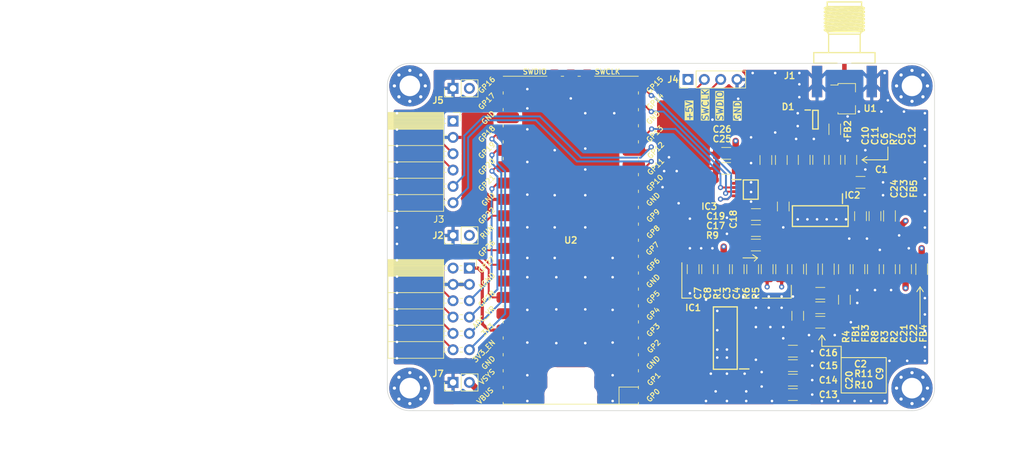
<source format=kicad_pcb>
(kicad_pcb (version 20221018) (generator pcbnew)
  (title_block (title "PICO ADC TEST") (date "2024-01-31") (rev "R0.1"))
  (layers (0 "F.Cu" signal) (1 "In1.Cu" signal) (2 "In2.Cu" signal) (31 "B.Cu" signal) (34 "B.Paste" user) (35 "F.Paste" user) (36 "B.SilkS" user "B.Silkscreen") (37 "F.SilkS" user "F.Silkscreen") (38 "B.Mask" user) (39 "F.Mask" user) (44 "Edge.Cuts" user))
  (net 0 "")
  (net 1 "GND")
  (net 2 "Net-(IC2-LMD)")
  (net 3 "Net-(C2-Pad1)")
  (net 4 "TO_ADC_H")
  (net 5 "Net-(IC1-IRS)")
  (net 6 "Net-(C5-Pad1)")
  (net 7 "Net-(IC2-INH)")
  (net 8 "Net-(C6-Pad2)")
  (net 9 "+3.3V")
  (net 10 "Net-(C9-Pad1)")
  (net 11 "TO_ADC_L")
  (net 12 "Net-(IC2-LON)")
  (net 13 "Net-(IC2-VIN)")
  (net 14 "Net-(IC2-LOP)")
  (net 15 "Net-(IC2-VIP)")
  (net 16 "Net-(IC1-VCOM)")
  (net 17 "Net-(IC1-VREF)")
  (net 18 "Net-(IC1-VREFT)")
  (net 19 "Net-(IC1-VREFB)")
  (net 20 "Net-(IC2-RCLMP)")
  (net 21 "DAC_G")
  (net 22 "Net-(IC2-VCM)")
  (net 23 "Net-(IC1-VIN-)")
  (net 24 "Net-(IC1-VIN+)")
  (net 25 "5VVGA")
  (net 26 "5VLNA")
  (net 27 "Net-(U1-B)")
  (net 28 "VOH")
  (net 29 "VOL")
  (net 30 "+5V")
  (net 31 "ADC_CLK")
  (net 32 "D9")
  (net 33 "D8")
  (net 34 "D7")
  (net 35 "D6")
  (net 36 "D5")
  (net 37 "D4")
  (net 38 "D3")
  (net 39 "D2")
  (net 40 "D1")
  (net 41 "D0")
  (net 42 "Net-(IC2-HILO)")
  (net 43 "Net-(IC2-VPOS)")
  (net 44 "Net-(IC2-ENBV)")
  (net 45 "Net-(IC2-ENBL)")
  (net 46 "Net-(U1-A)")
  (net 47 "GPIO21")
  (net 48 "GPIO17")
  (net 49 "GPIO18")
  (net 50 "GPIO19")
  (net 51 "GPIO11")
  (net 52 "GPIO22")
  (net 53 "GPIO12")
  (net 54 "GPIO26")
  (net 55 "GPIO16")
  (net 56 "GPIO27")
  (net 57 "GPIO20")
  (net 58 "GPIO28")
  (net 59 "CS")
  (net 60 "SCLK")
  (net 61 "MOSI")
  (net 66 "SWCLK")
  (net 67 "SWDIO")
  (footprint "Capacitor_SMD:C_1206_3216Metric" (layer "F.Cu") (at 183.25 121)
    (fp_text reference "C13")
    (fp_text value "100nF")
  )
  (footprint "Capacitor_SMD:C_1206_3216Metric" (layer "F.Cu") (at 191.25 106.25 -90)
    (fp_text reference "C9")
    (fp_text value "100nF")
  )
  (footprint "Capacitor_SMD:C_1206_3216Metric" (layer "F.Cu") (at 198.25 101.5 90)
    (fp_text reference "C21")
    (fp_text value "1nF")
  )
  (footprint "Capacitor_SMD:C_1206_3216Metric" (layer "F.Cu") (at 172.8875 83.4875 180)
    (fp_text reference "C26")
    (fp_text value "100nF")
  )
  (footprint "Capacitor_SMD:C_1206_3216Metric" (layer "F.Cu") (at 172.8625 85.8375 180)
    (fp_text reference "C25")
    (fp_text value "10uF")
  )
  (footprint "PICO_ADC_Test:SOP64P600X175-20N" (layer "F.Cu") (at 187.5 93.25 -90)
    (fp_text reference "IC2")
    (fp_text value "AD8331ARQZ" hide)
  )
  (footprint "Capacitor_SMD:C_1206_3216Metric" (layer "F.Cu") (at 174.75 101.5 90)
    (fp_text reference "C3")
    (fp_text value "4.7uF")
  )
  (footprint "Resistor_SMD:R_1206_3216Metric" (layer "F.Cu") (at 185 84.5 -90)
    (fp_text reference "R7")
    (fp_text value "280R")
  )
  (footprint "Capacitor_SMD:C_1206_3216Metric" (layer "F.Cu") (at 167.75 101.5 90)
    (fp_text reference "C7")
    (fp_text value "4.7uF")
  )
  (footprint "Capacitor_SMD:C_1206_3216Metric" (layer "F.Cu") (at 183.25 116.5)
    (fp_text reference "C15")
    (fp_text value "100nF")
  )
  (footprint "Resistor_SMD:R_1206_3216Metric" (layer "F.Cu") (at 172.5 101.5 -90)
    (fp_text reference "R1")
    (fp_text value "18R")
  )
  (footprint "Resistor_SMD:R_1206_3216Metric" (layer "F.Cu") (at 193.5 101.5 90)
    (fp_text reference "R3")
    (fp_text value "10K")
  )
  (footprint "Inductor_SMD:L_1206_3216Metric" (layer "F.Cu") (at 203.25 101.5 90)
    (fp_text reference "FB4")
    (fp_text value "ILHB1206ER750V")
  )
  (footprint "PICO_ADC_Test:SOT95P240X120-3N" (layer "F.Cu") (at 186.75 78.25)
    (fp_text reference "D1")
    (fp_text value "BAV99-7-F" hide)
  )
  (footprint "Capacitor_SMD:C_1206_3216Metric" (layer "F.Cu") (at 184 108.75 90)
    (fp_text reference "C20")
    (fp_text value "50pF")
  )
  (footprint "Connector_PinHeader_2.54mm:PinHeader_1x04_P2.54mm_Vertical" (layer "F.Cu") (at 166.95 72 90)
    (fp_text reference "J4")
    (fp_text value "Conn_01x04")
  )
  (footprint "Inductor_SMD:L_1206_3216Metric" (layer "F.Cu") (at 198.25 93.225 90)
    (fp_text reference "FB5")
    (fp_text value "ILHB1206ER750V")
  )
  (footprint "Capacitor_SMD:C_1206_3216Metric" (layer "F.Cu") (at 170 101.5 90)
    (fp_text reference "C8")
    (fp_text value "100nF")
  )
  (footprint "Connector_PinHeader_2.54mm:PinHeader_1x02_P2.54mm_Vertical" (layer "F.Cu") (at 130.46 96.25 90)
    (fp_text reference "J2")
    (fp_text value "22-23-2021")
  )
  (footprint "Resistor_SMD:R_1206_3216Metric" (layer "F.Cu") (at 177.5 97.75 180)
    (fp_text reference "R9")
    (fp_text value "12K")
  )
  (footprint "Inductor_SMD:L_1206_3216Metric" (layer "F.Cu") (at 188.75 101.5 -90)
    (fp_text reference "FB3")
    (fp_text value "ILHB1206ER750V")
  )
  (footprint "Capacitor_SMD:C_1206_3216Metric" (layer "F.Cu") (at 177 101.5 90)
    (fp_text reference "C4")
    (fp_text value "100nF")
  )
  (footprint "Inductor_SMD:L_1206_3216Metric" (layer "F.Cu") (at 186.25 101.5 -90)
    (fp_text reference "FB1")
    (fp_text value "ILHB1206ER750V")
  )
  (footprint "Capacitor_SMD:C_1206_3216Metric" (layer "F.Cu") (at 196 93.25 -90)
    (fp_text reference "C23")
    (fp_text value "1nF")
  )
  (footprint "MountingHole:MountingHole_3.2mm_M3_Pad_Via" (layer "F.Cu") (at 201.75 120)
    (fp_text reference "REF**" hide)
    (fp_text value "MountingHole_3.2mm_M3_Pad_Via")
  )
  (footprint "Connector_PinSocket_2.54mm:PinSocket_1x06_P2.54mm_Horizontal" (layer "F.Cu") (at 130.46 78.47)
    (fp_text reference "J3")
    (fp_text value "61300611121")
  )
  (footprint "Capacitor_SMD:C_1206_3216Metric" (layer "F.Cu") (at 177.5 95.5 180)
    (fp_text reference "C17")
    (fp_text value "100nF")
  )
  (footprint "PICO_ADC_Test:MCP4812-EMS" (layer "F.Cu") (at 176.7 89.125)
    (fp_text reference "IC3")
    (fp_text value "MCP4812-E_MS" hide)
  )
  (footprint "Capacitor_SMD:C_1206_3216Metric" (layer "F.Cu") (at 179.05 84.525 -90)
    (fp_text reference "C10")
    (fp_text value "100nF")
  )
  (footprint "MountingHole:MountingHole_3.2mm_M3_Pad_Via" (layer "F.Cu") (at 123.75 120)
    (fp_text reference "REF**" hide)
    (fp_text value "MountingHole_3.2mm_M3_Pad_Via")
  )
  (footprint "Capacitor_SMD:C_1206_3216Metric" (layer "F.Cu") (at 189.75 84.5 -90)
    (fp_text reference "C5")
    (fp_text value "100nF")
  )
  (footprint "PICO_ADC_Test:SOP65P640X120-28N" (layer "F.Cu") (at 172.75 112.2125 180)
    (fp_text reference "IC1")
    (fp_text value "ADC10065CIMT_NOPB" hide)
  )
  (footprint "Capacitor_SMD:C_1206_3216Metric" (layer "F.Cu") (at 181.45 84.525 -90)
    (fp_text reference "C11")
    (fp_text value "100nF")
  )
  (footprint "PICO_ADC_Test:AMPHENOL_132357-11" (layer "F.Cu") (at 191.25 70.75 -90)
    (fp_text reference "J1")
    (fp_text value "AMPHENOL_132357-11" hide)
  )
  (footprint "Capacitor_SMD:C_1206_3216Metric" (layer "F.Cu") (at 187.25 84.5 90)
    (fp_text reference "C6")
    (fp_text value "18nF")
  )
  (footprint "MountingHole:MountingHole_3.2mm_M3_Pad_Via" (layer "F.Cu") (at 123.75 73)
    (fp_text reference "REF**" hide)
    (fp_text value "MountingHole_3.2mm_M3_Pad_Via")
  )
  (footprint "Package_TO_SOT_SMD:SOT-89-3" (layer "F.Cu") (at 191.6125 75)
    (fp_text reference "U1")
    (fp_text value "MD0100N8-G")
  )
  (footprint "Capacitor_SMD:C_1206_3216Metric" (layer "F.Cu") (at 200.75 101.5 90)
    (fp_text reference "C22")
    (fp_text value "100nF")
  )
  (footprint "Capacitor_SMD:C_1206_3216Metric" (layer "F.Cu") (at 193.75 93.25 -90)
    (fp_text reference "C24")
    (fp_text value "100nF")
  )
  (footprint "Inductor_SMD:L_1206_3216Metric" (layer "F.Cu") (at 189.75 79.75 -90)
    (fp_text reference "FB2")
    (fp_text value "ILHB1206ER750V")
  )
  (footprint "Capacitor_SMD:C_1206_3216Metric" (layer "F.Cu") (at 192.25 84.5 90)
    (fp_text reference "C12")
    (fp_text value "22pF")
  )
  (footprint "Connector_PinHeader_2.54mm:PinHeader_1x02_P2.54mm_Vertical" (layer "F.Cu") (at 130.46 73.38 90)
    (fp_text reference "J5")
    (fp_text value "22-23-2021")
  )
  (footprint "Resistor_SMD:R_1206_3216Metric" (layer "F.Cu") (at 181.5 101.5 90)
    (fp_text reference "R5")
    (fp_text value "10K")
  )
  (footprint "Resistor_SMD:R_1206_3216Metric" (layer "F.Cu") (at 187.5 109.75)
    (fp_text reference "R10")
    (fp_text value "18R")
  )
  (footprint "Capacitor_SMD:C_1206_3216Metric" (layer "F.Cu") (at 181.75 91.75 -90)
    (fp_text reference "C18")
    (fp_text value "1nF")
  )
  (footprint "Capacitor_SMD:C_1206_3216Metric" (layer "F.Cu") (at 183.25 114.25)
    (fp_text reference "C16")
    (fp_text value "100nF")
  )
  (footprint "Connector_PinHeader_2.54mm:PinHeader_1x02_P2.54mm_Vertical" (layer "F.Cu") (at 130.46 119.11 90)
    (fp_text reference "J7")
    (fp_text value "22-23-2021")
  )
  (footprint "Resistor_SMD:R_1206_3216Metric" (layer "F.Cu") (at 179.25 101.5 90)
    (fp_text reference "R6")
    (fp_text value "10K")
  )
  (footprint "Resistor_SMD:R_1206_3216Metric" (layer "F.Cu") (at 184 101.5 -90)
    (fp_text reference "R4")
    (fp_text value "100R")
  )
  (footprint "Resistor_SMD:R_1206_3216Metric" (layer "F.Cu") (at 191.25 101.5 -90)
    (fp_text reference "R8")
    (fp_text value "100R")
  )
  (footprint "PICO_ADC_Test:RPi_Pico_SMD" (layer "F.Cu") (at 148.75 97 180)
    (fp_text reference "U2")
    (fp_text value "Pico")
  )
  (footprint "MountingHole:MountingHole_3.2mm_M3_Pad_Via" (layer "F.Cu") (at 201.75 73)
    (fp_text reference "REF**" hide)
    (fp_text value "MountingHole_3.2mm_M3_Pad_Via")
  )
  (footprint "Capacitor_SMD:C_1206_3216Metric" (layer "F.Cu") (at 177.5 93 180)
    (fp_text reference "C19")
    (fp_text value "100nF")
  )
  (footprint "Capacitor_SMD:C_1206_3216Metric" (layer "F.Cu") (at 183.25 118.75)
    (fp_text reference "C14")
    (fp_text value "100nF")
  )
  (footprint "Resistor_SMD:R_1206_3216Metric" (layer "F.Cu") (at 187.5 107.5)
    (fp_text reference "R11")
    (fp_text value "18R")
  )
  (footprint "Capacitor_SMD:C_1206_3216Metric" (layer "F.Cu") (at 187.5 105.25)
    (fp_text reference "C2")
    (fp_text value "100nF")
  )
  (footprint "Resistor_SMD:R_1206_3216Metric" (layer "F.Cu") (at 195.75 101.5 90)
    (fp_text reference "R2")
    (fp_text value "10K")
  )
  (footprint "Connector_PinSocket_2.54mm:PinSocket_2x06_P2.54mm_Horizontal" (layer "F.Cu") (at 133 101.33)
    (fp_text reference "J6" hide)
    (fp_text value "90122-0126")
  )
  (footprint "Capacitor_SMD:C_1206_3216Metric" (layer "F.Cu") (at 193.75 88 180)
    (fp_text reference "C1")
    (fp_text value "100nF")
  )
  (gr_line (start 177.75 99.75) (end 177 99.25) (stroke (width 0.15)) (layer "F.SilkS"))
  (gr_line (start 175.5 99.75) (end 177.75 99.75) (stroke (width 0.15)) (layer "F.SilkS"))
  (gr_line (start 194 84.5) (end 194.75 84) (stroke (width 0.15)) (layer "F.SilkS"))
  (gr_rect (start 190.75 115.25) (end 197.75 120.75) (stroke (width 0.15)) (fill none) (layer "F.SilkS"))
  (gr_line (start 198 84.5) (end 194 84.5) (stroke (width 0.15)) (layer "F.SilkS"))
  (gr_line (start 203 104.25) (end 202.5 105) (stroke (width 0.15)) (layer "F.SilkS"))
  (gr_line (start 190.75 115.25) (end 190.75 114) (stroke (width 0.15)) (layer "F.SilkS"))
  (gr_line (start 188.25 112.5) (end 187.75 111.75) (stroke (width 0.15)) (layer "F.SilkS"))
  (gr_line (start 203 104.25) (end 203.5 105) (stroke (width 0.15)) (layer "F.SilkS"))
  (gr_line (start 190.75 113.5) (end 187.75 113.5) (stroke (width 0.15)) (layer "F.SilkS"))
  (gr_line (start 187.75 113.5) (end 187.75 111.75) (stroke (width 0.15)) (layer "F.SilkS"))
  (gr_line (start 177.75 99.75) (end 177.25 100.25) (stroke (width 0.15)) (layer "F.SilkS"))
  (gr_line (start 198 82.5) (end 198 84.5) (stroke (width 0.15)) (layer "F.SilkS"))
  (gr_line (start 183 106) (end 183 104) (stroke (width 0.15)) (layer "F.SilkS"))
  (gr_line (start 203 110) (end 203 104.25) (stroke (width 0.15)) (layer "F.SilkS"))
  (gr_line (start 190.75 114) (end 190.75 113.5) (stroke (width 0.15)) (layer "F.SilkS"))
  (gr_line (start 178.5 106) (end 183 106) (stroke (width 0.15)) (layer "F.SilkS"))
  (gr_line (start 166 106) (end 166 100.5) (stroke (width 0.15)) (layer "F.SilkS"))
  (gr_line (start 194 84.5) (end 194.75 85) (stroke (width 0.15)) (layer "F.SilkS"))
  (gr_line (start 187.75 111.75) (end 188.25 112.5) (stroke (width 0.15)) (layer "F.SilkS"))
  (gr_line (start 187.75 111.75) (end 187.25 112.5) (stroke (width 0.15)) (layer "F.SilkS"))
  (gr_line (start 167.5 106) (end 166 106) (stroke (width 0.15)) (layer "F.SilkS"))
  (gr_arc (start 120.25 73) (mid 121.275126 70.525126) (end 123.75 69.5) (stroke (width 0.1)) (layer "Edge.Cuts"))
  (gr_line (start 120.25 120) (end 120.25 73) (stroke (width 0.1)) (layer "Edge.Cuts"))
  (gr_line (start 205.25 73) (end 205.25 120) (stroke (width 0.1)) (layer "Edge.Cuts"))
  (gr_line (start 123.75 69.5) (end 201.75 69.5) (stroke (width 0.1)) (layer "Edge.Cuts"))
  (gr_arc (start 201.75 69.5) (mid 204.224874 70.525126) (end 205.25 73) (stroke (width 0.1)) (layer "Edge.Cuts"))
  (gr_arc (start 123.75 123.5) (mid 121.275126 122.474874) (end 120.25 120) (stroke (width 0.1)) (layer "Edge.Cuts"))
  (gr_line (start 201.75 123.5) (end 123.75 123.5) (stroke (width 0.1)) (layer "Edge.Cuts"))
  (gr_arc (start 205.25 120) (mid 204.224874 122.474874) (end 201.75 123.5) (stroke (width 0.1)) (layer "Edge.Cuts"))
  (gr_text "SWDIO" (at 172.5 78.5 90) (layer "F.SilkS" knockout) (effects (font (size 1 1)) (justify left bottom)))
  (gr_text "+5V" (at 167.75 78.5 90) (layer "F.SilkS" knockout) (effects (font (size 1 1)) (justify left bottom)))
  (gr_text "SWCLK" (at 170.25 78.5 90) (layer "F.SilkS" knockout) (effects (font (size 1 1)) (justify left bottom)))
  (gr_text "GND\n" (at 175.25 78.5 90) (layer "F.SilkS" knockout) (effects (font (size 1 1)) (justify left bottom)))
  (segment (start 177.5 107.5) (end 177.5 107.25) (width 0.5) (layer "F.Cu") (net 1))
  (segment (start 177.4875 110.5) (end 177.25 110.7375) (width 0.5) (layer "F.Cu") (net 1))
  (segment (start 171.1 111.8875) (end 171.5 111.4875) (width 0.45) (layer "F.Cu") (net 1))
  (segment (start 185.26 90.535) (end 185.26 92.24) (width 0.4) (layer "F.Cu") (net 1))
  (segment (start 188.46 93.79) (end 188.46 95.965) (width 0.4) (layer "F.Cu") (net 1))
  (segment (start 187.18 90.535) (end 187.18 92.43) (width 0.4) (layer "F.Cu") (net 1))
  (segment (start 169.812 106.312) (end 169.75 106.25) (width 0.45) (layer "F.Cu") (net 1))
  (segment (start 171.5 111.4875) (end 171.5 110.9875) (width 0.5) (layer "F.Cu") (net 1))
  (segment (start 177.05 115.1375) (end 175.688 115.1375) (width 0.45) (layer "F.Cu") (net 1))
  (segment (start 178.9 90.1) (end 177.45 90.1) (width 0.45) (layer "F.Cu") (net 1))
  (segment (start 188.5 93.75) (end 188.46 93.79) (width 0.4) (layer "F.Cu") (net 1))
  (segment (start 190.38 94.13) (end 190.38 95.965) (width 0.4) (layer "F.Cu") (net 1))
  (segment (start 169.812 111.8875) (end 171.1 111.8875) (width 0.45) (layer "F.Cu") (net 1))
  (segment (start 169.812 116.4375) (end 169.812 117.438) (width 0.45) (layer "F.Cu") (net 1))
  (segment (start 169.812 107.9875) (end 171.5 107.9875) (width 0.45) (layer "F.Cu") (net 1))
  (segment (start 175.688 107.9875) (end 175.688 106.812) (width 0.45) (layer "F.Cu") (net 1))
  (segment (start 175.688 106.812) (end 175.75 106.75) (width 0.5) (layer "F.Cu") (net 1))
  (segment (start 176.0375 97.75) (end 176.0375 98.0375) (width 0.5) (layer "F.Cu") (net 1))
  (segment (start 176.0375 98.0375) (end 177 99) (width 0.5) (layer "F.Cu") (net 1))
  (segment (start 178.9 88.8) (end 177 88.8) (width 0.45) (layer "F.Cu") (net 1))
  (segment (start 177.0125 107.9875) (end 177.5 107.5) (width 0.45) (layer "F.Cu") (net 1))
  (segment (start 176.9375 109.9375) (end 175.688 109.9375) (width 0.45) (layer "F.Cu") (net 1))
  (segment (start 175.688 107.9875) (end 177.0125 107.9875) (width 0.45) (layer "F.Cu") (net 1))
  (segment (start 177.5 115.5875) (end 177.05 115.1375) (width 0.45) (layer "F.Cu") (net 1))
  (segment (start 176.95 88.85) (end 177 88.8) (width 0.5) (layer "F.Cu") (net 1))
  (segment (start 177 99) (end 177 100.025) (width 0.5) (layer "F.Cu") (net 1))
  (segment (start 177.5 110.5) (end 176.9375 109.9375) (width 0.45) (layer "F.Cu") (net 1))
  (segment (start 177.5 110.5) (end 177.4875 110.5) (width 0.5) (layer "F.Cu") (net 1))
  (segment (start 169.812 107.9875) (end 169.812 106.312) (width 0.45) (layer "F.Cu") (net 1))
  (segment (start 169.812 116.4375) (end 171.5625 116.4375) (width 0.45) (layer "F.Cu") (net 1))
  (segment (start 171.5625 116.4375) (end 172.25 115.75) (width 0.5) (layer "F.Cu") (net 1))
  (segment (start 190 93.75) (end 190.38 94.13) (width 0.4) (layer "F.Cu") (net 1))
  (via (at 179.75 110.5) (size 0.8) (drill 0.4) (layers "F.Cu" "B.Cu") (net 1))
  (via (at 121.75 112.81) (size 0.8) (drill 0.4) (layers "F.Cu" "B.Cu") (net 1))
  (via (at 203.75 84.87) (size 0.8) (drill 0.4) (layers "F.Cu" "B.Cu") (net 1))
  (via (at 183.75 81.25) (size 0.8) (drill 0.4) (layers "F.Cu" "B.Cu") (net 1))
  (via (at 176.75 91) (size 0.8) (drill 0.4) (layers "F.Cu" "B.Cu") (net 1))
  (via (at 177.5 107.5) (size 0.8) (drill 0.4) (layers "F.Cu" "B.Cu") (net 1))
  (via (at 203.75 95.03) (size 0.8) (drill 0.4) (layers "F.Cu" "B.Cu") (net 1))
  (via (at 203.75 82.33) (size 0.8) (drill 0.4) (layers "F.Cu" "B.Cu") (net 1))
  (via (at 142 73.5) (size 0.8) (drill 0.4) (layers "F.Cu" "B.Cu") (net 1))
  (via (at 194.75 96.75) (size 0.8) (drill 0.4) (layers "F.Cu" "B.Cu") (net 1))
  (via (at 173 96) (size 0.8) (drill 0.4) (layers "F.Cu" "B.Cu") (net 1))
  (via (at 190.29 122) (size 0.8) (drill 0.4) (layers "F.Cu" "B.Cu") (net 1))
  (via (at 179.5 107.5) (size 0.8) (drill 0.4) (layers "F.Cu" "B.Cu") (net 1))
  (via (at 146.25 95) (size 0.8) (drill 0.4) (layers "F.Cu" "B.Cu") (net 1))
  (via (at 121.75 84.87) (size 0.8) (drill 0.4) (layers "F.Cu" "B.Cu") (net 1))
  (via (at 186.25 116.5) (size 0.8) (drill 0.4) (layers "F.Cu" "B.Cu") (net 1))
  (via (at 151 113) (size 0.8) (drill 0.4) (layers "F.Cu" "B.Cu") (net 1))
  (via (at 180.5 71) (size 0.8) (drill 0.4) (layers "F.Cu" "B.Cu") (net 1))
  (via (at 184 79.25) (size 0.8) (drill 0.4) (layers "F.Cu" "B.Cu") (net 1))
  (via (at 198 75.25) (size 0.8) (drill 0.4) (layers "F.Cu" "B.Cu") (net 1))
  (via (at 169.75 106.25) (size 0.8) (drill 0.4) (layers "F.Cu" "B.Cu") (net 1))
  (via (at 192.83 122) (size 0.8) (drill 0.4) (layers "F.Cu" "B.Cu") (net 1))
  (via (at 151 90) (size 0.8) (drill 0.4) (layers "F.Cu" "B.Cu") (net 1))
  (via (at 181.5 105.75) (size 0.8) (drill 0.4) (layers "F.Cu" "B.Cu") (net 1))
  (via (at 165.5 91.25) (size 0.8) (drill 0.4) (layers "F.Cu" "B.Cu") (net 1))
  (via (at 163 88.75) (size 0.8) (drill 0.4) (layers "F.Cu" "B.Cu") (net 1))
  (via (at 194.5 86) (size 0.8) (drill 0.4) (layers "F.Cu" "B.Cu") (net 1))
  (via (at 184.25 71) (size 0.8) (drill 0.4) (layers "F.Cu" "B.Cu") (net 1))
  (via (at 176 120.5) (size 0.8) (drill 0.4) (layers "F.Cu" "B.Cu") (net 1))
  (via (at 187 93.75) (size 0.8) (drill 0.4) (layers "F.Cu" "B.Cu") (net 1))
  (via (at 203.75 92.49) (size 0.8) (drill 0.4) (layers "F.Cu" "B.Cu") (net 1))
  (via (at 121.75 89.95) (size 0.8) (drill 0.4) (layers "F.Cu" "B.Cu") (net 1))
  (via (at 121.75 100.11) (size 0.8) (drill 0.4) (layers "F.Cu" "B.Cu") (net 1))
  (via (at 184.25 72.75) (size 0.8) (drill 0.4) (layers "F.Cu" "B.Cu") (net 1))
  (via (at 203.75 79.79) (size 0.8) (drill 0.4) (layers "F.Cu" "B.Cu") (net 1))
  (via (at 142 122) (size 0.8) (drill 0.4) (layers "F.Cu" "B.Cu") (net 1))
  (via (at 194.5 83) (size 0.8) (drill 0.4) (layers "F.Cu" "B.Cu") (net 1))
  (via (at 171.5 114) (size 0.8) (drill 0.4) (layers "F.Cu" "B.Cu") (net 1))
  (via (at 191.75 77.75) (size 0.8) (drill 0.4) (layers "F.Cu" "B.Cu") (net 1))
  (via (at 155.5 77.25) (size 0.8) (drill 0.4) (layers "F.Cu" "B.Cu") (net 1))
  (via (at 203.75 106) (size 0.8) (drill 0.4) (layers "F.Cu" "B.Cu") (net 1))
  (via (at 169.75 122) (size 0.8) (drill 0.4) (layers "F.Cu" "B.Cu") (net 1))
  (via (at 193.25 106.75) (size 0.8) (drill 0.4) (layers "F.Cu" "B.Cu") (net 1))
  (via (at 146.5 102.75) (size 0.8) (drill 0.4) (layers "F.Cu" "B.Cu") (net 1))
  (via (at 173 117.75) (size 0.8) (drill 0.4) (layers "F.Cu" "B.Cu") (net 1))
  (via (at 178.4 117.5) (size 0.8) (drill 0.4) (layers "F.Cu" "B.Cu") (net 1))
  (via (at 189.75 111.75) (size 0.8) (drill 0.4) (layers "F.Cu" "B.Cu") (net 1))
  (via (at 142 102.75) (size 0.8) (drill 0.4) (layers "F.Cu" "B.Cu") (net 1))
  (via (at 155.25 122) (size 0.8) (drill 0.4) (layers "F.Cu" "B.Cu") (net 1))
  (via (at 163.25 86.25) (size 0.8) (drill 0.4) (layers "F.Cu" "B.Cu") (net 1))
  (via (at 186.25 114.25) (size 0.8) (drill 0.4) (layers "F.Cu" "B.Cu") (net 1))
  (via (at 121.75 77.25) (size 0.8) (drill 0.4) (layers "F.Cu" "B.Cu") (net 1))
  (via (at 203.75 89.95) (size 0.8) (drill 0.4) (layers "F.Cu" "B.Cu") (net 1))
  (via (at 151 77.25) (size 0.8) (drill 0.4) (layers "F.Cu" "B.Cu") (net 1))
  (via (at 171.5 107.9875) (size 0.8) (drill 0.4) (layers "F.Cu" "B.Cu") (net 1))
  (via (at 198.5 104.75) (size 0.8) (drill 0.4) (layers "F.Cu" "B.Cu") (net 1))
  (via (at 197.5 122) (size 0.8) (drill 0.4) (layers "F.Cu" "B.Cu") (net 1))
  (via (at 198.25 115.75) (size 0.8) (drill 0.4) (layers "F.Cu" "B.Cu") (net 1))
  (via (at 197 77) (size 0.8) (drill 0.4) (layers "F.Cu" "B.Cu") (net 1))
  (via (at 177 71) (size 0.8) (drill 0.4) (layers "F.Cu" "B.Cu") (net 1))
  (via (at 151 86) (size 0.8) (drill 0.4) (layers "F.Cu" "B.Cu") (net 1))
  (via (at 121.75 92.49) (size 0.8) (drill 0.4) (layers "F.Cu" "B.Cu") (net 1))
  (via (at 184 93.75) (size 0.8) (drill 0.4) (layers "F.Cu" "B.Cu") (net 1))
  (via (at 177.5 115.5875) (size 0.8) (drill 0.4) (layers "F.Cu" "B.Cu") (net 1))
  (via (at 174.75 75) (size 0.8) (drill 0.4) (layers "F.Cu" "B.Cu") (net 1))
  (via (at 121.75 110.27) (size 0.8) (drill 0.4) (layers "F.Cu" "B.Cu") (net 1))
  (via (at 178.4 119.75) (size 0.8) (drill 0.4) (layers "F.Cu" "B.Cu") (net 1))
  (via (at 181.75 112.25) (size 0.8) (drill 0.4) (layers "F.Cu" "B.Cu") (net 1))
  (via (at 201.25 98.25) (size 0.8) (drill 0.4) (layers "F.Cu" "B.Cu") (net 1))
  (via (at 171.25 120.5) (size 0.8) (drill 0.4) (layers "F.Cu" "B.Cu") (net 1))
  (via (at 121.75 97.57) (size 0.8) (drill 0.4) (layers "F.Cu" "B.Cu") (net 1))
  (via (at 146.25 99.75) (size 0.8) (drill 0.4) (layers "F.Cu" "B.Cu") (net 1))
  (via (at 170.75 78.25) (size 0.8) (drill 0.4) (layers "F.Cu" "B.Cu") (net 1))
  (via (at 142 84.83) (size 0.8) (drill 0.4) (layers "F.Cu" "B.Cu") (net 1))
  (via (at 121.75 115.35) (size 0.8) (drill 0.4) (layers "F.Cu" "B.Cu") (net 1))
  (via (at 170.5 117.75) (size 0.8) (drill 0.4) (layers "F.Cu" "B.Cu") (net 1))
  (via (at 191.5 93.75) (size 0.8) (drill 0.4) (layers "F.Cu" "B.Cu") (net 1))
  (via (at 121.75 102.65) (size 0.8) (drill 0.4) (layers "F.Cu" "B.Cu") (net 1))
  (via (at 196 104.75) (size 0.8) (drill 0.4) (layers "F.Cu" "B.Cu") (net 1))
  (via (at 142 76.5) (size 0.8) (drill 0.4) (layers "F.Cu" "B.Cu") (net 1))
  (via (at 188.5 93.75) (size 0.8) (drill 0.4) (layers "F.Cu" "B.Cu") (net 1))
  (via (at 195.37 122) (size 0.8) (drill 0.4) (layers "F.Cu" "B.Cu") (net 1))
  (via (at 176.75 89.5) (size 0.8) (drill 0.4) (layers "F.Cu" "B.Cu") (net 1))
  (via (at 142 89.91) (size 0.8) (drill 0.4) (layers "F.Cu" "B.Cu") (net 1))
  (via (at 186.25 121) (size 0.8) (drill 0.4) (layers "F.Cu" "B.Cu") (net 1))
  (via (at 175.55 105.8) (size 0.8) (drill 0.4) (layers "F.Cu" "B.Cu") (net 1))
  (via (at 142 99.75) (size 0.8) (drill 0.4) (layers "F.Cu" "B.Cu") (net 1))
  (via (at 203.75 87.41) (size 0.8) (drill 0.4) (layers "F.Cu" "B.Cu") (net 1))
  (via (at 181.75 110.5) (size 0.8) (drill 0.4) (layers "F.Cu" "B.Cu") (net 1))
  (via (at 184 77.25) (size 0.8) (drill 0.4) (layers "F.Cu" "B.Cu") (net 1))
  (via (at 177.5 110.5) (size 0.8) (drill 0.4) (layers "F.Cu" "B.Cu") (net 1))
  (via (at 186.5 81.25) (size 0.8) (drill 0.4) (layers "F.Cu" "B.Cu") (net 1))
  (via (at 197.25 90) (size 0.8) (drill 0.4) (layers "F.Cu" "B.Cu") (net 1))
  (via (at 146.5 113) (size 0.8) (drill 0.4) (layers "F.Cu" "B.Cu") (net 1))
  (via (at 169 98.25) (size 0.8) (drill 0.4) (layers "F.Cu" "B.Cu") (net 1))
  (via (at 173 93.5) (size 0.8) (drill 0.4) (layers "F.Cu" "B.Cu") (net 1))
  (via (at 151 82.75) (size 0.8) (drill 0.4) (layers "F.Cu" "B.Cu") (net 1))
  (via (at 175.75 117.75) (size 0.8) (drill 0.4) (layers "F.Cu" "B.Cu") (net 1))
  (via (at 203.75 77.25) (size 0.8) (drill 0.4) (layers "F.Cu" "B.Cu") (net 1))
  (via (at 151 95) (size 0.8) (drill 0.4) (layers "F.Cu" "B.Cu") (net 1))
  (via (at 155.25 117.99) (size 0.8) (drill 0.4) (layers "F.Cu" "B.Cu") (net 1))
  (via (at 146.25 83) (size 0.8) (drill 0.4) (layers "F.Cu" "B.Cu") (net 1))
  (via (at 196.75 98.5) (size 0.8) (drill 0.4) (layers "F.Cu" "B.Cu") (net 1))
  (via (at 165.2 86.25) (size 0.8) (drill 0.4) (layers "F.Cu" "B.Cu") (net 1))
  (via (at 171.5 110.9875) (size 0.8) (drill 0.4) (layers "F.Cu" "B.Cu") (net 1))
  (via (at 203.75 108.54) (size 0.8) (drill 0.4) (layers "F.Cu" "B.Cu") (net 1))
  (via (at 121.75 107.73) (size 0.8) (drill 0.4) (layers "F.Cu" "B.Cu") (net 1))
  (via (at 173 122) (size 0.8) (drill 0.4) (layers "F.Cu" "B.Cu") (net 1))
  (via (at 184.25 74.75) (size 0.8) (drill 0.4) (layers "F.Cu" "B.Cu") (net 1))
  (via (at 121.75 87.41) (size 0.8) (drill 0.4) (layers "F.Cu" "B.Cu") (net 1))
  (via (at 170.75 98.25) (size 0.8) (drill 0.4) (layers "F.Cu" "B.Cu") (net 1))
  (via (at 199.75 96.25) (size 0.8) (drill 0.4) (layers "F.Cu" "B.Cu") (net 1))
  (via (at 185.75 111.75) (size 0.8) (drill 0.4) (layers "F.Cu" "B.Cu") (net 1))
  (via (at 155.25 107.83) (size 0.8) (drill 0.4) (layers "F.Cu" "B.Cu") (net 1))
  (via (at 193.25 104.75) (size 0.8) (drill 0.4) (layers "F.Cu" "B.Cu") (net 1))
  (via (at 142 117.99) (size 0.8) (drill 0.4) (layers "F.Cu" "B.Cu") (net 1))
  (via (at 190 93.75) (size 0.8) (drill 0.4) (layers "F.Cu" "B.Cu") (net 1))
  (via (at 191.75 81.5) (size 0.8) (drill 0.4) (layers "F.Cu" "B.Cu") (net 1))
  (via (at 180.5 80.25) (size 0.8) (drill 0.4) (layers "F.Cu" "B.Cu") (net 1))
  (via (at 167.25 93.65) (size 0.8) (drill 0.4) (layers "F.Cu" "B.Cu") (net 1))
  (via (at 167.25 105.25) (size 0.8) (drill 0.4) (layers "F.Cu" "B.Cu") (net 1))
  (via (at 155.25 112.91) (size 0.8) (drill 0.4) (layers "F.Cu" "B.Cu") (net 1))
  (via (at 142 112.91) (size 0.8) (drill 0.4) (layers "F.Cu" "B.Cu") (net 1))
  (via (at 175 78.25) (size 0.8) (drill 0.4) (layers "F.Cu" "B.Cu") (net 1))
  (via (at 203.75 115.75) (size 0.8) (drill 0.4) (layers "F.Cu" "B.Cu") (net 1))
  (via (at 203.75 111.08) (size 0.8) (drill 0.4) (layers "F.Cu" "B.Cu") (net 1))
  (via (at 173 115.25) (size 0.8) (drill 0.4) (layers "F.Cu" "B.Cu") (net 1))
  (via (at 200.5 77) (size 0.8) (drill 0.4) (layers "F.Cu" "B.Cu") (net 1))
  (via (at 176.75 81) (size 0.8) (drill 0.4) (layers "F.Cu" "B.Cu") (net 1))
  (via (at 151 107.75) (size 0.8) (drill 0.4) (layers "F.Cu" "B.Cu") (net 1))
  (via (at 142 79.75) (size 0.8) (drill 0.4) (layers "F.Cu" "B.Cu") (net 1))
  (via (at 203.75 113.62) (size 0.8) (drill 0.4) (layers "F.Cu" "B.Cu") (net 1))
  (via (at 142 107.83) (size 0.8) (drill 0.4) (layers "F.Cu" "B.Cu") (net 1))
  (via (at 180 122) (size 0.8) (drill 0.4) (layers "F.Cu" "B.Cu") (net 1))
  (via (at 176 122) (size 0.8) (drill 0.4) (layers "F.Cu" "B.Cu") (net 1))
  (via (at 201 115.75) (size 0.8) (drill 0.4) (layers "F.Cu" "B.Cu") (net 1))
  (via (at 197.5 71) (size 0.8) (drill 0.4) (layers "F.Cu" "B.Cu") (net 1))
  (via (at 155.25 102.75) (size 0.8) (drill 0.4) (layers "F.Cu" "B.Cu") (net 1))
  (via (at 151 102.75) (size 0.8) (drill 0.4) (layers "F.Cu" "B.Cu") (net 1))
  (via (at 192 96.75) (size 0.8) (drill 0.4) (layers "F.Cu" "B.Cu") (net 1))
  (via (at 167.25 98.25) (size 0.8) (drill 0.4) (layers "F.Cu" "B.Cu") (net 1))
  (via (at 176.75 85) (size 0.8) (drill 0.4) (layers "F.Cu" "B.Cu") (net 1))
  (via (at 121.75 95.03) (size 0.8) (drill 0.4) (layers "F.Cu" "B.Cu") (net 1))
  (via (at 192.25 109.75) (size 0.8) (drill 0.4) (layers "F.Cu" "B.Cu") (net 1))
  (via (at 186.25 118.75) (size 0.8) (drill 0.4) (layers "F.Cu" "B.Cu") (net 1))
  (via (at 183.25 105.75) (size 0.8) (drill 0.4) (layers "F.Cu" "B.Cu") (net 1))
  (via (at 121.75 105.19) (size 0.8) (drill 0.4) (layers "F.Cu" "B.Cu") (net 1))
  (via (at 173 114) (size 0.8) (drill 0.4) (layers "F.Cu" "B.Cu") (net 1))
  (via (at 177.5 105.75) (size 0.8) (drill 0.4) (layers "F.Cu" "B.Cu") (net 1))
  (via (at 197.25 88) (size 0.8) (drill 0.4) (layers "F.Cu" "B.Cu") (net 1))
  (via (at 193.5 77) (size 0.8) (drill 0.4) (layers "F.Cu" "B.Cu") (net 1))
  (via (at 142 94.99) (size 0.8) (drill 0.4) (layers "F.Cu" "B.Cu") (net 1))
  (via (at 121.75 82.33) (size 0.8) (drill 0.4) (layers "F.Cu" "B.Cu") (net 1))
  (via (at 181.5 107.5) (size 0.8) (drill 0.4) (layers "F.Cu" "B.Cu") (net 1))
  (via (at 187.75 122) (size 0.8) (drill 0.4) (layers "F.Cu" "B.Cu") (net 1))
  (via (at 179.5 105.75) (size 0.8) (drill 0.4) (layers "F.Cu" "B.Cu") (net 1))
  (via (at 121.75 79.79) (size 0.8) (drill 0.4) (layers "F.Cu" "B.Cu") (net 1))
  (via (at 146.5 107.75) (size 0.8) (drill 0.4) (layers "F.Cu" "B.Cu") (net 1))
  (via (at 171.5 115.25) (size 0.8) (drill 0.4) (layers "F.Cu" "B.Cu") (net 1))
  (via (at 185.5 93.75) (size 0.8) (drill 0.4) (layers "F.Cu" "B.Cu") (net 1))
  (via (at 181.75 95) (size 0.8) (drill 0.4) (layers "F.Cu" "B.Cu") (net 1))
  (via (at 148.75 74.95) (size 0.8) (drill 0.4) (layers "F.Cu" "B.Cu") (net 1))
  (via (at 176.75 88) (size 0.8) (drill 0.4) (layers "F.Cu" "B.Cu") (net 1))
  (via (at 155.25 99.75) (size 0.8) (drill 0.4) (layers "F.Cu" "B.Cu") (net 1))
  (via (at 146.25 90) (size 0.8) (drill 0.4) (layers "F.Cu" "B.Cu") (net 1))
  (via (at 164 84.1) (size 0.8) (drill 0.4) (layers "F.Cu" "B.Cu") (net 1))
  (segment (start 187 72.325) (end 187 75.8) (width 0.5) (layer "B.Cu") (net 1))
  (segment (start 195.5 72.525) (end 195.5 76) (width 0.5) (layer "B.Cu") (net 1))
  (segment (start 190.38 90.535) (end 190.38 88.62) (width 0.3) (layer "F.Cu") (net 2))
  (segment (start 190.38 88.62) (end 191 88) (width 0.3) (layer "F.Cu") (net 2))
  (segment (start 191 88) (end 192.275 88) (width 0.3) (layer "F.Cu") (net 2))
  (segment (start 186.025 105.25) (end 184.75 105.25) (width 0.3) (layer "F.Cu") (net 3))
  (segment (start 184 104.5) (end 184 102.9625) (width 0.3) (layer "F.Cu") (net 3))
  (segment (start 184 102.9625) (end 186.1375 102.9625) (width 0.3) (layer "F.Cu") (net 3))
  (segment (start 184.75 105.25) (end 184 104.5) (width 0.3) (layer "F.Cu") (net 3))
  (segment (start 186.1375 102.9625) (end 186.25 103.075) (width 0.3) (layer "F.Cu") (net 3))
  (segment (start 188.9625 105.2625) (end 188.9625 107.5) (width 0.3) (layer "F.Cu") (net 4))
  (segment (start 188.975 105.25) (end 188.9625 105.2625) (width 0.3) (layer "F.Cu") (net 4))
  (segment (start 174.75 102.725) (end 177 102.725) (width 0.5) (layer "F.Cu") (net 5))
  (segment (start 174.1625 110.5875) (end 174.15 110.6) (width 0.45) (layer "F.Cu") (net 5))
  (segment (start 174.7 113.8375) (end 174.2125 113.8375) (width 0.45) (layer "F.Cu") (net 5))
  (segment (start 174.4 113.8375) (end 174.15 113.5875) (width 0.45) (layer "F.Cu") (net 5))
  (segment (start 174.513 110.5875) (end 174.2255 110.3) (width 0.45) (layer "F.Cu") (net 5))
  (segment (start 174.25 110.9) (end 174.325 110.825) (width 0.45) (layer "F.Cu") (net 5))
  (segment (start 174.15 113.9) (end 174.15 113.5875) (width 0.45) (layer "F.Cu") (net 5))
  (segment (start 175.688 111.2375) (end 174.65 111.2375) (width 0.45) (layer "F.Cu") (net 5))
  (segment (start 174.75 102.725) (end 174.7375 102.7125) (width 0.5) (layer "F.Cu") (net 5))
  (segment (start 174.6 110.5875) (end 174.5625 110.5875) (width 0.45) (layer "F.Cu") (net 5))
  (segment (start 174.65 111.2375) (end 174.5625 111.2375) (width 0.45) (layer "F.Cu") (net 5))
  (segment (start 174.15 103.325) (end 174.75 102.725) (width 0.45) (layer "F.Cu") (net 5))
  (segment (start 174.325 110.825) (end 174.15 111) (width 0.45) (layer "F.Cu") (net 5))
  (segment (start 174.65 111.2375) (end 174.1875 111.2375) (width 0.45) (layer "F.Cu") (net 5))
  (segment (start 174.1875 111.2375) (end 174.15 111.2) (width 0.45) (layer "F.Cu") (net 5))
  (segment (start 174.5625 111.2375) (end 174.15 111.65) (width 0.45) (layer "F.Cu") (net 5))
  (segment (start 174.6875 113.8375) (end 174.15 113.3) (width 0.45) (layer "F.Cu") (net 5))
  (segment (start 174.2125 113.8375) (end 174.15 113.9) (width 0.45) (layer "F.Cu") (net 5))
  (segment (start 174.5625 110.5875) (end 174.325 110.825) (width 0.45) (layer "F.Cu") (net 5))
  (segment (start 174.65 111.2375) (end 174.5875 111.2375) (width 0.45) (layer "F.Cu") (net 5))
  (segment (start 174.6875 115.7875) (end 175.688 115.7875) (width 0.45) (layer "F.Cu") (net 5))
  (segment (start 175.688 110.5875) (end 174.6 110.5875) (width 0.45) (layer "F.Cu") (net 5))
  (segment (start 174.15 111) (end 174.15 103.325) (width 0.45) (layer "F.Cu") (net 5))
  (segment (start 174.7375 102.7125) (end 172.5 102.7125) (width 0.5) (layer "F.Cu") (net 5))
  (segment (start 174.15 114.3) (end 174.15 115.25) (width 0.45) (layer "F.Cu") (net 5))
  (segment (start 174.15 115.25) (end 174.6875 115.7875) (width 0.45) (layer "F.Cu") (net 5))
  (segment (start 175.688 113.8375) (end 174.7 113.8375) (width 0.45) (layer "F.Cu") (net 5))
  (segment (start 174.6 110.5875) (end 174.513 110.5875) (width 0.45) (layer "F.Cu") (net 5))
  (segment (start 174.15 113.3) (end 174.15 111.65) (width 0.45) (layer "F.Cu") (net 5))
  (segment (start 174.6 110.5875) (end 174.1625 110.5875) (width 0.45) (layer "F.Cu") (net 5))
  (segment (start 174.6125 113.8375) (end 174.15 114.3) (width 0.45) (layer "F.Cu") (net 5))
  (segment (start 174.15 113.5875) (end 174.15 113.3) (width 0.45) (layer "F.Cu") (net 5))
  (segment (start 174.7 113.8375) (end 174.6125 113.8375) (width 0.45) (layer "F.Cu") (net 5))
  (segment (start 174.7 113.8375) (end 174.4 113.8375) (width 0.45) (layer "F.Cu") (net 5))
  (segment (start 174.15 111.65) (end 174.15 111) (width 0.45) (layer "F.Cu") (net 5))
  (segment (start 174.5875 111.2375) (end 174.25 110.9) (width 0.45) (layer "F.Cu") (net 5))
  (segment (start 174.7 113.8375) (end 174.6875 113.8375) (width 0.45) (layer "F.Cu") (net 5))
  (segment (start 174.15 113.5875) (end 174.15 114.3) (width 0.45) (layer "F.Cu") (net 5))
  (segment (start 189.75 81.325) (end 189.75 83.025) (width 0.3) (layer "F.Cu") (net 6))
  (segment (start 189.75 85.975) (end 192.25 85.975) (width 0.3) (layer "F.Cu") (net 7))
  (segment (start 189.74 90.535) (end 189.74 85.985) (width 0.3) (layer "F.Cu") (net 7))
  (segment (start 189.74 85.985) (end 189.75 85.975) (width 0.3) (layer "F.Cu") (net 7))
  (segment (start 187.25 85.975) (end 189.75 85.975) (width 0.3) (layer "F.Cu") (net 7))
  (segment (start 184.75625 83.0375) (end 186.99375 83.0375) (width 0.3) (layer "F.Cu") (net 8))
  (segment (start 135 102) (end 135 110) (width 0.5) (layer "F.Cu") (net 9))
  (segment (start 172.5 100.25) (end 170.025 102.725) (width 0.5) (layer "F.Cu") (net 9))
  (segment (start 133 101.33) (end 134.33 101.33) (width 0.5) (layer "F.Cu") (net 9))
  (segment (start 174.3375 85.8375) (end 174.6625 86.1625) (width 0.5) (layer "F.Cu") (net 9))
  (segment (start 172.2125 112.5375) (end 169.812 112.5375) (width 0.5) (layer "F.Cu") (net 9))
  (segment (start 134.33 101.33) (end 135 102) (width 0.5) (layer "F.Cu") (net 9))
  (segment (start 172.75 112) (end 172.2125 112.5375) (width 0.5) (layer "F.Cu") (net 9))
  (segment (start 174.5 86) (end 174.5 88.15) (width 0.5) (layer "F.Cu") (net 9))
  (segment (start 167.75 102.725) (end 168 102.975) (width 0.5) (layer "F.Cu") (net 9))
  (segment (start 172.75 107) (end 172.75 112) (width 0.5) (layer "F.Cu") (net 9))
  (segment (start 174.3625 85.8125) (end 174.3375 85.8375) (width 0.5) (layer "F.Cu") (net 9))
  (segment (start 174.3625 83.4875) (end 174.3625 85.8125) (width 0.5) (layer "F.Cu") (net 9))
  (segment (start 168 104) (end 168.75 104.75) (width 0.5) (layer "F.Cu") (net 9))
  (segment (start 168.75 104.75) (end 170.5 104.75) (width 0.5) (layer "F.Cu") (net 9))
  (segment (start 174.3375 85.8375) (end 174.5 86) (width 0.5) (layer "F.Cu") (net 9))
  (segment (start 172.5 98) (end 172.5 99.7875) (width 1) (layer "F.Cu") (net 9))
  (segment (start 174.3625 83.4875) (end 174.3625 81.5625) (width 1) (layer "F.Cu") (net 9))
  (segment (start 135 110) (end 135.97 110.97) (width 0.5) (layer "F.Cu") (net 9))
  (segment (start 135.97 110.97) (end 139.86 110.97) (width 0.5) (layer "F.Cu") (net 9))
  (segment (start 172.5 99.7875) (end 172.5 100.25) (width 0.5) (layer "F.Cu") (net 9))
  (segment (start 168 102.975) (end 168 104) (width 0.5) (layer "F.Cu") (net 9))
  (segment (start 170.5 104.75) (end 172.75 107) (width 0.5) (layer "F.Cu") (net 9))
  (segment (start 170.025 102.725) (end 167.75 102.725) (width 0.5) (layer "F.Cu") (net 9))
  (via (at 174.3625 81.5625) (size 0.8) (drill 0.4) (layers "F.Cu" "B.Cu") (net 9))
  (via (at 172.5 98) (size 0.8) (drill 0.4) (layers "F.Cu" "B.Cu") (net 9))
  (segment (start 191.1375 103.075) (end 191.25 102.9625) (width 0.3) (layer "F.Cu") (net 10))
  (segment (start 188.75 103.075) (end 191.1375 103.075) (width 0.3) (layer "F.Cu") (net 10))
  (segment (start 191.25 103.075) (end 191.25 104.775) (width 0.3) (layer "F.Cu") (net 10))
  (segment (start 188.75 103.075) (end 191.25 103.075) (width 0.3) (layer "F.Cu") (net 10))
  (segment (start 191.25 107.725) (end 191.25 109) (width 0.3) (layer "F.Cu") (net 11))
  (segment (start 190.5 109.75) (end 188.9625 109.75) (width 0.3) (layer "F.Cu") (net 11))
  (segment (start 191.25 109) (end 190.5 109.75) (width 0.3) (layer "F.Cu") (net 11))
  (segment (start 180.4 81.7) (end 179.05 83.05) (width 0.3) (layer "F.Cu") (net 12))
  (segment (start 183.5 84.25) (end 183.5 82.8) (width 0.3) (layer "F.Cu") (net 12))
  (segment (start 185 85.75) (end 183.5 84.25) (width 0.3) (layer "F.Cu") (net 12))
  (segment (start 188.46 89.21) (end 186.275 87.025) (width 0.3) (layer "F.Cu") (net 12))
  (segment (start 185 85.9625) (end 185 85.75) (width 0.3) (layer "F.Cu") (net 12))
  (segment (start 185.5 87.025) (end 185 86.525) (width 0.3) (layer "F.Cu") (net 12))
  (segment (start 183.5 82.8) (end 182.4 81.7) (width 0.3) (layer "F.Cu") (net 12))
  (segment (start 186.275 87.025) (end 185.5 87.025) (width 0.3) (layer "F.Cu") (net 12))
  (segment (start 188.46 90.535) (end 188.46 89.21) (width 0.3) (layer "F.Cu") (net 12))
  (segment (start 185 86.525) (end 185 85.9625) (width 0.3) (layer "F.Cu") (net 12))
  (segment (start 182.4 81.7) (end 180.4 81.7) (width 0.3) (layer "F.Cu") (net 12))
  (segment (start 179.25 86) (end 179.05 86) (width 0.3) (layer "F.Cu") (net 13))
  (segment (start 185.9 90.535) (end 185.9 89.55) (width 0.3) (layer "F.Cu") (net 13))
  (segment (start 185.9 89.55) (end 185.2 88.85) (width 0.3) (layer "F.Cu") (net 13))
  (segment (start 182.1 88.85) (end 179.25 86) (width 0.3) (layer "F.Cu") (net 13))
  (segment (start 185.2 88.85) (end 182.1 88.85) (width 0.3) (layer "F.Cu") (net 13))
  (segment (start 184.625 87.65) (end 182.85 85.875) (width 0.3) (layer "F.Cu") (net 14))
  (segment (start 182.85 84.45) (end 181.45 83.05) (width 0.3) (layer "F.Cu") (net 14))
  (segment (start 182.85 85.875) (end 182.85 84.45) (width 0.3) (layer "F.Cu") (net 14))
  (segment (start 186.05 87.65) (end 184.625 87.65) (width 0.3) (layer "F.Cu") (net 14))
  (segment (start 187.82 89.42) (end 186.05 87.65) (width 0.3) (layer "F.Cu") (net 14))
  (segment (start 187.82 90.535) (end 187.82 89.42) (width 0.3) (layer "F.Cu") (net 14))
  (segment (start 186.54 89.34) (end 185.45 88.25) (width 0.3) (layer "F.Cu") (net 15))
  (segment (start 185.45 88.25) (end 183.7 88.25) (width 0.3) (layer "F.Cu") (net 15))
  (segment (start 186.54 90.535) (end 186.54 89.34) (width 0.3) (layer "F.Cu") (net 15))
  (segment (start 183.7 88.25) (end 181.45 86) (width 0.3) (layer "F.Cu") (net 15))
  (segment (start 178.1875 114.4875) (end 179.5 115.8) (width 0.3) (layer "F.Cu") (net 16))
  (segment (start 179.5 119.15) (end 181.35 121) (width 0.3) (layer "F.Cu") (net 16))
  (segment (start 175.688 114.4875) (end 178.1875 114.4875) (width 0.3) (layer "F.Cu") (net 16))
  (segment (start 181.35 121) (end 181.775 121) (width 0.3) (layer "F.Cu") (net 16))
  (segment (start 179.5 115.8) (end 179.5 119.15) (width 0.3) (layer "F.Cu") (net 16))
  (segment (start 176.175 113.1625) (end 175.688 113.1625) (width 0.3) (layer "F.Cu") (net 17))
  (segment (start 180.1 117.35) (end 181.5 118.75) (width 0.3) (layer "F.Cu") (net 17))
  (segment (start 181.5 118.75) (end 181.775 118.75) (width 0.3) (layer "F.Cu") (net 17))
  (segment (start 177.9875 113.1875) (end 180.1 115.3) (width 0.3) (layer "F.Cu") (net 17))
  (segment (start 180.1 115.3) (end 180.1 117.35) (width 0.3) (layer "F.Cu") (net 17))
  (segment (start 175.688 113.1875) (end 177.9875 113.1875) (width 0.3) (layer "F.Cu") (net 17))
  (segment (start 180.7 115.7) (end 181.5 116.5) (width 0.3) (layer "F.Cu") (net 18))
  (segment (start 178.7875 112.5375) (end 180.7 114.45) (width 0.3) (layer "F.Cu") (net 18))
  (segment (start 181.5 116.5) (end 181.775 116.5) (width 0.3) (layer "F.Cu") (net 18))
  (segment (start 180.7 114.45) (end 180.7 115.7) (width 0.3) (layer "F.Cu") (net 18))
  (segment (start 175.688 112.5375) (end 178.7875 112.5375) (width 0.3) (layer "F.Cu") (net 18))
  (segment (start 179.1375 111.8875) (end 181.5 114.25) (width 0.3) (layer "F.Cu") (net 19))
  (segment (start 181.5 114.25) (end 181.775 114.25) (width 0.3) (layer "F.Cu") (net 19))
  (segment (start 175.688 111.8875) (end 179.1375 111.8875) (width 0.3) (layer "F.Cu") (net 19))
  (segment (start 178.9625 95.7875) (end 178.9625 97.75) (width 0.3) (layer "F.Cu") (net 20))
  (segment (start 184.65 97.625) (end 179.0875 97.625) (width 0.3) (layer "F.Cu") (net 20))
  (segment (start 179 95.75) (end 178.9625 95.7875) (width 0.3) (layer "F.Cu") (net 20))
  (segment (start 178.975 95.5) (end 178.975 95.725) (width 0.3) (layer "F.Cu") (net 20))
  (segment (start 185.26 95.965) (end 185.26 97.015) (width 0.3) (layer "F.Cu") (net 20))
  (segment (start 185.26 97.015) (end 184.65 97.625) (width 0.3) (layer "F.Cu") (net 20))
  (segment (start 179.0875 97.625) (end 178.9625 97.75) (width 0.3) (layer "F.Cu") (net 20))
  (segment (start 178.975 95.725) (end 179 95.75) (width 0.3) (layer "F.Cu") (net 20))
  (segment (start 182.875 90.275) (end 183.671426 89.478574) (width 0.3) (layer "F.Cu") (net 21))
  (segment (start 180.4 88.15) (end 181.75 89.5) (width 0.3) (layer "F.Cu") (net 21))
  (segment (start 178.9 88.15) (end 180.4 88.15) (width 0.3) (layer "F.Cu") (net 21))
  (segment (start 183.671426 89.478574) (end 184.228574 89.478574) (width 0.3) (layer "F.Cu") (net 21))
  (segment (start 181.75 90.275) (end 182.875 90.275) (width 0.3) (layer "F.Cu") (net 21))
  (segment (start 184.228574 89.478574) (end 184.62 89.87) (width 0.3) (layer "F.Cu") (net 21))
  (segment (start 184.62 89.87) (end 184.62 90.535) (width 0.3) (layer "F.Cu") (net 21))
  (segment (start 181.75 89.5) (end 181.75 90.275) (width 0.3) (layer "F.Cu") (net 21))
  (segment (start 178.975 93) (end 178.975 93.225) (width 0.3) (layer "F.Cu") (net 22))
  (segment (start 184.62 96.655) (end 184.62 95.965) (width 0.3) (layer "F.Cu") (net 22))
  (segment (start 180.5 95.75) (end 181.775 97.025) (width 0.3) (layer "F.Cu") (net 22))
  (segment (start 178.975 93.225) (end 180.5 94.75) (width 0.3) (layer "F.Cu") (net 22))
  (segment (start 181.775 97.025) (end 184.25 97.025) (width 0.3) (layer "F.Cu") (net 22))
  (segment (start 184.25 97.025) (end 184.62 96.655) (width 0.3) (layer "F.Cu") (net 22))
  (segment (start 180.5 94.75) (end 180.5 95.75) (width 0.3) (layer "F.Cu") (net 22))
  (segment (start 175.688 109.2875) (end 182.5375 109.2875) (width 0.3) (layer "F.Cu") (net 23))
  (segment (start 183.475 110.225) (end 184 110.225) (width 0.3) (layer "F.Cu") (net 23))
  (segment (start 185.5375 110.25) (end 184.025 110.25) (width 0.3) (layer "F.Cu") (net 23))
  (segment (start 182.5375 109.2875) (end 183.475 110.225) (width 0.3) (layer "F.Cu") (net 23))
  (segment (start 186.0375 109.75) (end 185.5375 110.25) (width 0.3) (layer "F.Cu") (net 23))
  (segment (start 184.025 110.25) (end 184 110.225) (width 0.3) (layer "F.Cu") (net 23))
  (segment (start 184 107.275) (end 185.8125 107.275) (width 0.3) (layer "F.Cu") (net 24))
  (segment (start 185.8125 107.275) (end 186.0375 107.5) (width 0.3) (layer "F.Cu") (net 24))
  (segment (start 183.9125 107.275) (end 184 107.275) (width 0.3) (layer "F.Cu") (net 24))
  (segment (start 182.55 108.6375) (end 183.9125 107.275) (width 0.3) (layer "F.Cu") (net 24))
  (segment (start 175.688 108.6375) (end 182.55 108.6375) (width 0.3) (layer "F.Cu") (net 24))
  (segment (start 198.2375 102.9625) (end 198.25 102.975) (width 0.5) (layer "F.Cu") (net 25))
  (segment (start 195.75 102.9625) (end 198.2375 102.9625) (width 1) (layer "F.Cu") (net 25))
  (segment (start 193.5 102.9625) (end 195.75 102.9625) (width 1) (layer "F.Cu") (net 25))
  (segment (start 198.25 102.975) (end 200.75 102.975) (width 1) (layer "F.Cu") (net 25))
  (segment (start 181.5 102.7125) (end 181.5 104.25) (width 0.5) (layer "F.Cu") (net 25))
  (segment (start 200.75 104.45) (end 200.75 102.975) (width 1) (layer "F.Cu") (net 25))
  (segment (start 200.75 102.975) (end 200.85 103.075) (width 0.5) (layer "F.Cu") (net 25))
  (segment (start 179.25 102.7) (end 179.25 104.25) (width 0.5) (layer "F.Cu") (net 25))
  (segment (start 203.15 102.975) (end 200.75 102.975) (width 1) (layer "F.Cu") (net 25))
  (via (at 179.25 104.25) (size 0.8) (drill 0.4) (layers "F.Cu" "B.Cu") (net 25))
  (via (at 181.5 104.25) (size 0.8) (drill 0.4) (layers "F.Cu" "B.Cu") (net 25))
  (via (at 200.75 104.45) (size 0.8) (drill 0.4) (layers "F.Cu" "B.Cu") (net 25))
  (segment (start 193.75 91.775) (end 196 91.775) (width 0.5) (layer "F.Cu") (net 26))
  (segment (start 196 91.775) (end 198.125 91.775) (width 0.5) (layer "F.Cu") (net 26))
  (segment (start 189.1 91.85) (end 189.5 92.25) (width 0.45) (layer "F.Cu") (net 26))
  (segment (start 189.5 92.25) (end 193.275 92.25) (width 0.5) (layer "F.Cu") (net 26))
  (segment (start 198.125 91.775) (end 198.25 91.65) (width 0.5) (layer "F.Cu") (net 26))
  (segment (start 193.275 92.25) (end 193.75 91.775) (width 0.5) (layer "F.Cu") (net 26))
  (segment (start 189.1 90.535) (end 189.1 91.85) (width 0.45) (layer "F.Cu") (net 26))
  (segment (start 187.95 78.25) (end 189.35 78.25) (width 0.3) (layer "F.Cu") (net 27))
  (segment (start 189.6625 76.5) (end 189.6625 77.7625) (width 0.3) (layer "F.Cu") (net 27))
  (segment (start 189.35 78.25) (end 189.75 77.85) (width 0.3) (layer "F.Cu") (net 27))
  (segment (start 189.6625 77.7625) (end 189.75 77.85) (width 0.3) (layer "F.Cu") (net 27))
  (segment (start 184 100.0375) (end 186.1375 100.0375) (width 0.3) (layer "F.Cu") (net 28))
  (segment (start 186.1375 100.0375) (end 186.25 99.925) (width 0.3) (layer "F.Cu") (net 28))
  (segment (start 186.25 98.75) (end 187.18 97.82) (width 0.3) (layer "F.Cu") (net 28))
  (segment (start 186.25 99.925) (end 186.25 98.75) (width 0.3) (layer "F.Cu") (net 28))
  (segment (start 187.18 97.82) (end 187.18 95.965) (width 0.3) (layer "F.Cu") (net 28))
  (segment (start 188.75 99.925) (end 191.1375 99.925) (width 0.3) (layer "F.Cu") (net 29))
  (segment (start 188.75 99.925) (end 188.75 98.75) (width 0.3) (layer "F.Cu") (net 29))
  (segment (start 191.1375 99.925) (end 191.25 100.0375) (width 0.3) (layer "F.Cu") (net 29))
  (segment (start 187.82 97.82) (end 187.82 95.965) (width 0.3) (layer "F.Cu") (net 29))
  (segment (start 188.75 98.75) (end 187.82 97.82) (width 0.3) (layer "F.Cu") (net 29))
  (segment (start 139.86 121.13) (end 135.13 121.13) (width 1) (layer "F.Cu") (net 30))
  (segment (start 203.25 98.25) (end 203.25 99.925) (width 1) (layer "F.Cu") (net 30))
  (segment (start 200.75 94) (end 199.95 94.8) (width 1) (layer "F.Cu") (net 30))
  (segment (start 135.13 121.13) (end 133 119) (width 1) (layer "F.Cu") (net 30))
  (segment (start 199.95 94.8) (end 198.25 94.8) (width 1) (layer "F.Cu") (net 30))
  (via (at 203.25 98.25) (size 0.8) (drill 0.4) (layers "F.Cu" "B.Cu") (net 30))
  (via (at 200.75 94) (size 0.8) (drill 0.4) (layers "F.Cu" "B.Cu") (net 30))
  (segment (start 173.1 119.635576) (end 173.1 119.5) (width 0.3) (layer "F.Cu") (net 31))
  (segment (start 167.7 122.3) (end 162.15 122.3) (width 0.3) (layer "F.Cu") (net 31))
  (segment (start 174.3 119.635576) (end 174.3 119.5) (width 0.3) (layer "F.Cu") (net 31))
  (segment (start 157.76 121.25) (end 157.64 121.13) (width 0.3) (layer "F.Cu") (net 31))
  (segment (start 175.688 116.4375) (end 176.7875 116.4375) (width 0.3) (layer "F.Cu") (net 31))
  (segment (start 170.8 119.2) (end 167.7 122.3) (width 0.3) (layer "F.Cu") (net 31))
  (segment (start 176.7875 116.4375) (end 177.3 116.95) (width 0.3) (layer "F.Cu") (net 31))
  (segment (start 174.3 119.5) (end 174.3 118.941022) (width 0.3) (layer "F.Cu") (net 31))
  (segment (start 161.1 121.25) (end 157.76 121.25) (width 0.3) (layer "F.Cu") (net 31))
  (segment (start 157.67 121.1) (end 157.64 121.13) (width 0.3) (layer "F.Cu") (net 31))
  (segment (start 176.55 119.2) (end 175.2 119.2) (width 0.3) (layer "F.Cu") (net 31))
  (segment (start 173.7 118.941022) (end 173.7 119.2) (width 0.3) (layer "F.Cu") (net 31))
  (segment (start 172.8 119.2) (end 170.8 119.2) (width 0.3) (layer "F.Cu") (net 31))
  (segment (start 173.7 119.2) (end 173.7 119.635576) (width 0.3) (layer "F.Cu") (net 31))
  (segment (start 177.3 118.45) (end 176.55 119.2) (width 0.3) (layer "F.Cu") (net 31))
  (segment (start 177.3 116.95) (end 177.3 118.45) (width 0.3) (layer "F.Cu") (net 31))
  (segment (start 174.9 119.5) (end 174.9 119.635576) (width 0.3) (layer "F.Cu") (net 31))
  (segment (start 174.041022 118.682044) (end 173.958978 118.682044) (width 0.3) (layer "F.Cu") (net 31))
  (segment (start 162.15 122.3) (end 161.1 121.25) (width 0.3) (layer "F.Cu") (net 31))
  (arc (start 175.2 119.2) (mid 174.987868 119.287868) (end 174.9 119.5) (width 0.3) (layer "F.Cu") (net 31))
  (arc (start 174.6 119.935576) (mid 174.387868 119.847708) (end 174.3 119.635576) (width 0.3) (layer "F.Cu") (net 31))
  (arc (start 173.7 119.635576) (mid 173.612132 119.847708) (end 173.4 119.935576) (width 0.3) (layer "F.Cu") (net 31))
  (arc (start 173.1 119.5) (mid 173.012132 119.287868) (end 172.8 119.2) (width 0.3) (layer "F.Cu") (net 31))
  (arc (start 174.9 119.635576) (mid 174.812132 119.847708) (end 174.6 119.935576) (width 0.3) (layer "F.Cu") (net 31))
  (arc (start 174.3 118.941022) (mid 174.224147 118.757897) (end 174.041022 118.682044) (width 0.3) (layer "F.Cu") (net 31))
  (arc (start 173.4 119.935576) (mid 173.187868 119.847708) (end 173.1 119.635576) (width 0.3) (layer "F.Cu") (net 31))
  (arc (start 173.958978 118.682044) (mid 173.775853 118.757897) (end 173.7 118.941022) (width 0.3) (layer "F.Cu") (net 31))
  (segment (start 166 106) (end 166 93.4) (width 0.3) (layer "F.Cu") (net 32))
  (segment (start 166 93.4) (end 160.71 88.11) (width 0.3) (layer "F.Cu") (net 32))
  (segment (start 168.6375 108.6375) (end 166 106) (width 0.3) (layer "F.Cu") (net 32))
  (segment (start 160.71 88.11) (end 157.64 88.11) (width 0.3) (layer "F.Cu") (net 32))
  (segment (start 169.812 108.6375) (end 168.6375 108.6375) (width 0.3) (layer "F.Cu") (net 32))
  (segment (start 162.740183 94.039956) (end 162.827938 93.952202) (width 0.3) (layer "F.Cu") (net 33))
  (segment (start 162.827938 93.527938) (end 162.827939 93.527939) (width 0.3) (layer "F.Cu") (net 33))
  (segment (start 163.464335 94.164335) (end 163.164448 94.464221) (width 0.3) (layer "F.Cu") (net 33))
  (segment (start 165.4 106.25) (end 165.4 96.1) (width 0.3) (layer "F.Cu") (net 33))
  (segment (start 165.4 96.1) (end 164.525 95.225) (width 0.3) (layer "F.Cu") (net 33))
  (segment (start 162.740184 94.464221) (end 162.740183 94.46422) (width 0.3) (layer "F.Cu") (net 33))
  (segment (start 164.100734 95.224999) (end 164.048329 95.277405) (width 0.3) (layer "F.Cu") (net 33))
  (segment (start 163.624065 95.277405) (end 163.624063 95.277403) (width 0.3) (layer "F.Cu") (net 33))
  (segment (start 163.888602 94.588602) (end 164.188518 94.288685) (width 0.3) (layer "F.Cu") (net 33))
  (segment (start 163.888599 94.5886) (end 163.888602 94.588602) (width 0.3) (layer "F.Cu") (net 33))
  (segment (start 164.188518 93.864421) (end 164.188516 93.864419) (width 0.3) (layer "F.Cu") (net 33))
  (segment (start 169.812 109.2875) (end 168.4375 109.2875) (width 0.3) (layer "F.Cu") (net 33))
  (segment (start 162.49 93.19) (end 157.64 93.19) (width 0.3) (layer "F.Cu") (net 33))
  (segment (start 162.827939 93.527939) (end 162.49 93.19) (width 0.3) (layer "F.Cu") (net 33))
  (segment (start 164.100735 95.224999) (end 164.100734 95.224999) (width 0.3) (layer "F.Cu") (net 33))
  (segment (start 163.764252 93.864419) (end 163.464335 94.164335) (width 0.3) (layer "F.Cu") (net 33))
  (segment (start 168.4375 109.2875) (end 165.4 106.25) (width 0.3) (layer "F.Cu") (net 33))
  (segment (start 163.676467 94.800732) (end 163.888599 94.5886) (width 0.3) (layer "F.Cu") (net 33))
  (segment (start 163.624063 94.853139) (end 163.676467 94.800732) (width 0.3) (layer "F.Cu") (net 33))
  (arc (start 163.164448 94.464221) (mid 162.952316 94.552089) (end 162.740184 94.464221) (width 0.3) (layer "F.Cu") (net 33))
  (arc (start 162.740183 94.46422) (mid 162.652315 94.252088) (end 162.740183 94.039956) (width 0.3) (layer "F.Cu") (net 33))
  (arc (start 162.827938 93.952202) (mid 162.915806 93.74007) (end 162.827938 93.527938) (width 0.3) (layer "F.Cu") (net 33))
  (arc (start 164.188516 93.864419) (mid 163.976384 93.776551) (end 163.764252 93.864419) (width 0.3) (layer "F.Cu") (net 33))
  (arc (start 163.624063 95.277403) (mid 163.536195 95.065271) (end 163.624063 94.853139) (width 0.3) (layer "F.Cu") (net 33))
  (arc (start 164.525 95.225) (mid 164.312867 95.13713) (end 164.100735 95.224999) (width 0.3) (layer "F.Cu") (net 33))
  (arc (start 164.048329 95.277405) (mid 163.836197 95.365273) (end 163.624065 95.277405) (width 0.3) (layer "F.Cu") (net 33))
  (arc (start 164.188518 94.288685) (mid 164.276386 94.076553) (end 164.188518 93.864421) (width 0.3) (layer "F.Cu") (net 33))
  (segment (start 168.2125 109.9125) (end 169.812 109.9125) (width 0.3) (layer "F.Cu") (net 34))
  (segment (start 163.723189 98.49518) (end 163.723188 98.495181) (width 0.3) (layer "F.Cu") (net 34))
  (segment (start 162.768628 97.752689) (end 163.602718 96.918595) (width 0.3) (layer "F.Cu") (net 34))
  (segment (start 163.178441 96.494352) (end 163.178442 96.494351) (width 0.3) (layer "F.Cu") (net 34))
  (segment (start 161.58 95.73) (end 162.125 96.275) (width 0.3) (layer "F.Cu") (net 34))
  (segment (start 164.8 106.5) (end 168.2125 109.9125) (width 0.3) (layer "F.Cu") (net 34))
  (segment (start 164.026984 97.342861) (end 163.298924 98.070917) (width 0.3) (layer "F.Cu") (net 34))
  (segment (start 162.549264 96.275) (end 162.754178 96.070087) (width 0.3) (layer "F.Cu") (net 34))
  (segment (start 164.8 98.95) (end 164.8 106.5) (width 0.3) (layer "F.Cu") (net 34))
  (segment (start 164.246317 98.396317) (end 164.8 98.95) (width 0.3) (layer "F.Cu") (net 34))
  (segment (start 162.768629 97.752688) (end 162.768628 97.752689) (width 0.3) (layer "F.Cu") (net 34))
  (segment (start 162.549265 96.274999) (end 162.549264 96.275) (width 0.3) (layer "F.Cu") (net 34))
  (segment (start 164.026983 97.342862) (end 164.026984 97.342861) (width 0.3) (layer "F.Cu") (net 34))
  (segment (start 164.246316 98.396316) (end 164.246317 98.396317) (width 0.3) (layer "F.Cu") (net 34))
  (segment (start 163.178442 96.494351) (end 162.344364 97.328425) (width 0.3) (layer "F.Cu") (net 34))
  (segment (start 157.64 95.73) (end 161.58 95.73) (width 0.3) (layer "F.Cu") (net 34))
  (segment (start 163.723188 98.495181) (end 163.822052 98.396316) (width 0.3) (layer "F.Cu") (net 34))
  (arc (start 163.298924 98.495181) (mid 163.511057 98.583049) (end 163.723189 98.49518) (width 0.3) (layer "F.Cu") (net 34))
  (arc (start 164.026984 96.918597) (mid 164.114851 97.130729) (end 164.026983 97.342862) (width 0.3) (layer "F.Cu") (net 34))
  (arc (start 162.344364 97.328425) (mid 162.256496 97.540557) (end 162.344364 97.752689) (width 0.3) (layer "F.Cu") (net 34))
  (arc (start 163.298924 98.070917) (mid 163.211056 98.283049) (end 163.298924 98.495181) (width 0.3) (layer "F.Cu") (net 34))
  (arc (start 162.754178 96.070087) (mid 162.96631 95.982219) (end 163.178442 96.070087) (width 0.3) (layer "F.Cu") (net 34))
  (arc (start 163.178442 96.070087) (mid 163.266309 96.282219) (end 163.178441 96.494352) (width 0.3) (layer "F.Cu") (net 34))
  (arc (start 163.602718 96.918595) (mid 163.814852 96.830729) (end 164.026984 96.918597) (width 0.3) (layer "F.Cu") (net 34))
  (arc (start 163.822052 98.396316) (mid 164.034184 98.308448) (end 164.246316 98.396316) (width 0.3) (layer "F.Cu") (net 34))
  (arc (start 162.344364 97.752689) (mid 162.556497 97.840557) (end 162.768629 97.752688) (width 0.3) (layer "F.Cu") (net 34))
  (arc (start 162.125 96.275) (mid 162.337134 96.362869) (end 162.549265 96.274999) (width 0.3) (layer "F.Cu") (net 34))
  (segment (start 162.941684 99.478161) (end 162.048889 100.370952) (width 0.3) (layer "F.Cu") (net 35))
  (segment (start 161.987082 98.735711) (end 161.129669 99.59312) (width 0.3) (layer "F.Cu") (net 35))
  (segment (start 161.399265 98.474999) (end 161.399264 98.475) (width 0.3) (layer "F.Cu") (net 35))
  (segment (start 161.553934 100.017383) (end 161.553933 100.017384) (width 0.3) (layer "F.Cu") (net 35))
  (segment (start 161.987081 98.735712) (end 161.987082 98.735711) (width 0.3) (layer "F.Cu") (net 35))
  (segment (start 164.2 101.7) (end 164.2 106.75) (width 0.3) (layer "F.Cu") (net 35))
  (segment (start 161.553933 100.017384) (end 162.517418 99.053895) (width 0.3) (layer "F.Cu") (net 35))
  (segment (start 162.941683 99.478162) (end 162.941684 99.478161) (width 0.3) (layer "F.Cu") (net 35))
  (segment (start 160.77 98.27) (end 160.975 98.475) (width 0.3) (layer "F.Cu") (net 35))
  (segment (start 163.520579 101.020579) (end 163.52058 101.02058) (width 0.3) (layer "F.Cu") (net 35))
  (segment (start 164.2 106.75) (end 168.0375 110.5875) (width 0.3) (layer "F.Cu") (net 35))
  (segment (start 168.0375 110.5875) (end 169.812 110.5875) (width 0.3) (layer "F.Cu") (net 35))
  (segment (start 162.473154 100.795215) (end 162.473153 100.795216) (width 0.3) (layer "F.Cu") (net 35))
  (segment (start 162.473153 100.795216) (end 163.365919 99.902446) (width 0.3) (layer "F.Cu") (net 35))
  (segment (start 163.790184 100.326713) (end 163.790185 100.326712) (width 0.3) (layer "F.Cu") (net 35))
  (segment (start 161.399264 98.475) (end 161.562818 98.311447) (width 0.3) (layer "F.Cu") (net 35))
  (segment (start 163.157286 99.248587) (end 163.157284 99.248585) (width 0.3) (layer "F.Cu") (net 35))
  (segment (start 163.790185 100.326712) (end 163.520579 100.596315) (width 0.3) (layer "F.Cu") (net 35))
  (segment (start 157.64 98.27) (end 160.77 98.27) (width 0.3) (layer "F.Cu") (net 35))
  (segment (start 163.52058 101.02058) (end 164.2 101.7) (width 0.3) (layer "F.Cu") (net 35))
  (arc (start 163.365919 99.902446) (mid 163.578053 99.81458) (end 163.790185 99.902448) (width 0.3) (layer "F.Cu") (net 35))
  (arc (start 161.129669 99.59312) (mid 161.041801 99.805252) (end 161.129669 100.017384) (width 0.3) (layer "F.Cu") (net 35))
  (arc (start 162.941684 99.053897) (mid 163.029551 99.266029) (end 162.941683 99.478162) (width 0.3) (layer "F.Cu") (net 35))
  (arc (start 161.129669 100.017384) (mid 161.341802 100.105252) (end 161.553934 100.017383) (width 0.3) (layer "F.Cu") (net 35))
  (arc (start 162.048889 100.370952) (mid 161.961021 100.583084) (end 162.048889 100.795216) (width 0.3) (layer "F.Cu") (net 35))
  (arc (start 163.520579 100.596315) (mid 163.432711 100.808447) (end 163.520579 101.020579) (width 0.3) (layer "F.Cu") (net 35))
  (arc (start 160.975 98.475) (mid 161.187134 98.562869) (end 161.399265 98.474999) (width 0.3) (layer "F.Cu") (net 35))
  (arc (start 162.517418 99.053895) (mid 162.729552 98.966029) (end 162.941684 99.053897) (width 0.3) (layer "F.Cu") (net 35))
  (arc (start 161.987082 98.311447) (mid 162.074949 98.523579) (end 161.987081 98.735712) (width 0.3) (layer "F.Cu") (net 35))
  (arc (start 163.790185 99.902448) (mid 163.878052 100.11458) (end 163.790184 100.326713) (width 0.3) (layer "F.Cu") (net 35))
  (arc (start 162.048889 100.795216) (mid 162.261022 100.883084) (end 162.473154 100.795215) (width 0.3) (layer "F.Cu") (net 35))
  (arc (start 161.562818 98.311447) (mid 161.77495 98.223579) (end 161.987082 98.311447) (width 0.3) (layer "F.Cu") (net 35))
  (segment (start 164.87418 109.008907) (end 165.029412 108.853676) (width 0.3) (layer "F.Cu") (net 36))
  (segment (start 166.302205 110.12647) (end 166.146944 110.281732) (width 0.3) (layer "F.Cu") (net 36))
  (segment (start 165.453676 109.277941) (end 165.298445 109.433173) (width 0.3) (layer "F.Cu") (net 36))
  (segment (start 165.722679 109.857466) (end 165.877941 109.702205) (width 0.3) (layer "F.Cu") (net 36))
  (segment (start 161.16 100.81) (end 157.64 100.81) (width 0.3) (layer "F.Cu") (net 36))
  (segment (start 165.029412 108.429412) (end 165.029413 108.429413) (width 0.3) (layer "F.Cu") (net 36))
  (segment (start 161.345098 101.985048) (end 161.345098 101.985047) (width 0.3) (layer "F.Cu") (net 36))
  (segment (start 164.87418 109.008908) (end 164.87418 109.008907) (width 0.3) (layer "F.Cu") (net 36))
  (segment (start 165.029413 108.429413) (end 163.55 106.95) (width 0.3) (layer "F.Cu") (net 36))
  (segment (start 167.8375 111.2375) (end 167.575 110.975) (width 0.3) (layer "F.Cu") (net 36))
  (segment (start 162.052205 102.12647) (end 161.769363 102.409313) (width 0.3) (layer "F.Cu") (net 36))
  (segment (start 162.85 104.45) (end 163.25 104.45) (width 0.3) (layer "F.Cu") (net 36))
  (segment (start 162.900734 102.974999) (end 162.617892 103.257842) (width 0.3) (layer "F.Cu") (net 36))
  (segment (start 162.052206 102.12647) (end 162.052205 102.12647) (width 0.3) (layer "F.Cu") (net 36))
  (segment (start 161.345098 101.985047) (end 161.627941 101.702205) (width 0.3) (layer "F.Cu") (net 36))
  (segment (start 166.72647 110.12647) (end 166.726471 110.126471) (width 0.3) (layer "F.Cu") (net 36))
  (segment (start 166.571216 110.705988) (end 166.571216 110.705987) (width 0.3) (layer "F.Cu") (net 36))
  (segment (start 169.812 111.2375) (end 167.8375 111.2375) (width 0.3) (layer "F.Cu") (net 36))
  (segment (start 163.55 103.2) (end 163.325 102.975) (width 0.3) (layer "F.Cu") (net 36))
  (segment (start 163.55 104.15) (end 163.55 103.5) (width 0.3) (layer "F.Cu") (net 36))
  (segment (start 161.627941 101.277941) (end 161.627942 101.277942) (width 0.3) (layer "F.Cu") (net 36))
  (segment (start 162.193627 102.833577) (end 162.193627 102.833576) (width 0.3) (layer "F.Cu") (net 36))
  (segment (start 163.25 105.05) (end 162.85 105.05) (width 0.3) (layer "F.Cu") (net 36))
  (segment (start 166.571216 110.705987) (end 166.72647 110.550734) (width 0.3) (layer "F.Cu") (net 36))
  (segment (start 163.25 106.25) (end 162.85 106.25) (width 0.3) (layer "F.Cu") (net 36))
  (segment (start 162.47647 102.12647) (end 162.476471 102.126471) (width 0.3) (layer "F.Cu") (net 36))
  (segment (start 162.85 105.65) (end 163.25 105.65) (width 0.3) (layer "F.Cu") (net 36))
  (segment (start 162.900735 102.974999) (end 162.900734 102.974999) (width 0.3) (layer "F.Cu") (net 36))
  (segment (start 167.150735 110.974999) (end 167.150734 110.974999) (width 0.3) (layer "F.Cu") (net 36))
  (segment (start 167.150734 110.974999) (end 166.995481 111.130253) (width 0.3) (layer "F.Cu") (net 36))
  (segment (start 166.302206 110.12647) (end 166.302205 110.12647) (width 0.3) (layer "F.Cu") (net 36))
  (segment (start 165.877941 109.277941) (end 165.877942 109.277942) (width 0.3) (layer "F.Cu") (net 36))
  (segment (start 163.55 103.5) (end 163.55 103.2) (width 0.3) (layer "F.Cu") (net 36))
  (segment (start 162.193627 102.833576) (end 162.47647 102.550734) (width 0.3) (layer "F.Cu") (net 36))
  (segment (start 165.722679 109.857467) (end 165.722679 109.857466) (width 0.3) (layer "F.Cu") (net 36))
  (segment (start 161.627942 101.277942) (end 161.16 100.81) (width 0.3) (layer "F.Cu") (net 36))
  (segment (start 163.55 106.95) (end 163.55 106.55) (width 0.3) (layer "F.Cu") (net 36))
  (segment (start 165.453677 109.277941) (end 165.453676 109.277941) (width 0.3) (layer "F.Cu") (net 36))
  (arc (start 164.874181 109.433173) (mid 164.786311 109.22104) (end 164.87418 109.008908) (width 0.3) (layer "F.Cu") (net 36))
  (arc (start 162.55 104.75) (mid 162.637868 104.537868) (end 162.85 104.45) (width 0.3) (layer "F.Cu") (net 36))
  (arc (start 162.617892 103.257842) (mid 162.40576 103.34571) (end 162.193628 103.257842) (width 0.3) (layer "F.Cu") (net 36))
  (arc (start 166.72647 110.550734) (mid 166.814338 110.338602) (end 166.72647 110.12647) (width 0.3) (layer "F.Cu") (net 36))
  (arc (start 162.85 105.05) (mid 162.637868 104.962132) (end 162.55 104.75) (width 0.3) (layer "F.Cu") (net 36))
  (arc (start 161.769363 102.409313) (mid 161.557231 102.497181) (end 161.345099 102.409313) (width 0.3) (layer "F.Cu") (net 36))
  (arc (start 162.193628 103.257842) (mid 162.105758 103.045709) (end 162.193627 102.833577) (width 0.3) (layer "F.Cu") (net 36))
  (arc (start 165.877942 109.277942) (mid 165.665809 109.190072) (end 165.453677 109.277941) (width 0.3) (layer "F.Cu") (net 36))
  (arc (start 161.627941 101.702205) (mid 161.715809 101.490073) (end 161.627941 101.277941) (width 0.3) (layer "F.Cu") (net 36))
  (arc (start 162.476471 102.126471) (mid 162.264338 102.038601) (end 162.052206 102.12647) (width 0.3) (layer "F.Cu") (net 36))
  (arc (start 163.55 106.55) (mid 163.462132 106.337868) (end 163.25 106.25) (width 0.3) (layer "F.Cu") (net 36))
  (arc (start 165.298445 109.433173) (mid 165.086313 109.521041) (end 164.874181 109.433173) (width 0.3) (layer "F.Cu") (net 36))
  (arc (start 163.55 105.35) (mid 163.462132 105.137868) (end 163.25 105.05) (width 0.3) (layer "F.Cu") (net 36))
  (arc (start 163.25 104.45) (mid 163.462132 104.362132) (end 163.55 104.15) (width 0.3) (layer "F.Cu") (net 36))
  (arc (start 163.25 105.65) (mid 163.462132 105.562132) (end 163.55 105.35) (width 0.3) (layer "F.Cu") (net 36))
  (arc (start 165.029412 108.853676) (mid 165.11728 108.641544) (end 165.029412 108.429412) (width 0.3) (layer "F.Cu") (net 36))
  (arc (start 166.571217 111.130253) (mid 166.483347 110.91812) (end 166.571216 110.705988) (width 0.3) (layer "F.Cu") (net 36))
  (arc (start 163.325 102.975) (mid 163.112867 102.88713) (end 162.900735 102.974999) (width 0.3) (layer "F.Cu") (net 36))
  (arc (start 162.85 106.25) (mid 162.637868 106.162132) (end 162.55 105.95) (width 0.3) (layer "F.Cu") (net 36))
  (arc (start 167.575 110.975) (mid 167.362867 110.88713) (end 167.150735 110.974999) (width 0.3) (layer "F.Cu") (net 36))
  (arc (start 162.47647 102.550734) (mid 162.564338 102.338602) (end 162.47647 102.12647) (width 0.3) (layer "F.Cu") (net 36))
  (arc (start 166.726471 110.126471) (mid 166.514338 110.038601) (end 166.302206 110.12647) (width 0.3) (layer "F.Cu") (net 36))
  (arc (start 165.877941 109.702205) (mid 165.965809 109.490073) (end 165.877941 109.277941) (width 0.3) (layer "F.Cu") (net 36))
  (arc (start 162.55 105.95) (mid 162.637868 105.737868) (end 162.85 105.65) (width 0.3) (layer "F.Cu") (net 36))
  (arc (start 166.146944 110.281732) (mid 165.934812 110.3696) (end 165.72268 110.281732) (width 0.3) (layer "F.Cu") (net 36))
  (arc (start 161.345099 102.409313) (mid 161.257229 102.19718) (end 161.345098 101.985048) (width 0.3) (layer "F.Cu") (net 36))
  (arc (start 165.72268 110.281732) (mid 165.63481 110.069599) (end 165.722679 109.857467) (width 0.3) (layer "F.Cu") (net 36))
  (arc (start 166.995481 111.130253) (mid 166.783349 111.218121) (end 166.571217 111.130253) (width 0.3) (layer "F.Cu") (net 36))
  (segment (start 162.090068 107.540068) (end 162.347355 107.282782) (width 0.3) (layer "F.Cu") (net 37))
  (segment (start 162.347355 106.858518) (end 162.347354 106.858517) (width 0.3) (layer "F.Cu") (net 37))
  (segment (start 162.938599 108.3886) (end 162.938602 108.388602) (width 0.3) (layer "F.Cu") (net 37))
  (segment (start 166.019361 112.45931) (end 166.019363 112.459311) (width 0.3) (layer "F.Cu") (net 37))
  (segment (start 164.322303 110.762253) (end 164.322303 110.762252) (width 0.3) (layer "F.Cu") (net 37))
  (segment (start 162.842287 107.636384) (end 162.514335 107.964335) (width 0.3) (layer "F.Cu") (net 37))
  (segment (start 165.02941 110.903675) (end 164.746568 111.186518) (width 0.3) (layer "F.Cu") (net 37))
  (segment (start 167.575 112.600735) (end 167.822487 112.353247) (width 0.3) (layer "F.Cu") (net 37))
  (segment (start 164.322303 110.762252) (end 164.605146 110.47941) (width 0.3) (layer "F.Cu") (net 37))
  (segment (start 167.398222 111.928982) (end 167.398222 111.928983) (width 0.3) (layer "F.Cu") (net 37))
  (segment (start 163.266553 107.636386) (end 163.266551 107.636384) (width 0.3) (layer "F.Cu") (net 37))
  (segment (start 165.877939 111.752204) (end 165.595097 112.035047) (width 0.3) (layer "F.Cu") (net 37))
  (segment (start 161.656036 107.974099) (end 162.090068 107.540068) (width 0.3) (layer "F.Cu") (net 37))
  (segment (start 167.574999 112.600735) (end 167.575 112.600735) (width 0.3) (layer "F.Cu") (net 37))
  (segment (start 167.7375 113.1875) (end 167.575 113.025) (width 0.3) (layer "F.Cu") (net 37))
  (segment (start 163.473774 109.913723) (end 163.756617 109.630881) (width 0.3) (layer "F.Cu") (net 37))
  (segment (start 162.514335 107.964335) (end 162.080303 108.398366) (width 0.3) (layer "F.Cu") (net 37))
  (segment (start 162.938602 108.388602) (end 163.266553 108.06065) (width 0.3) (layer "F.Cu") (net 37))
  (segment (start 164.180882 110.055146) (end 164.180881 110.055146) (width 0.3) (layer "F.Cu") (net 37))
  (segment (start 162.726467 108.600732) (end 162.938599 108.3886) (width 0.3) (layer "F.Cu") (net 37))
  (segment (start 167.398222 111.928983) (end 166.443626 112.883575) (width 0.3) (layer "F.Cu") (net 37))
  (segment (start 163.473774 109.913724) (end 163.473774 109.913723) (width 0.3) (layer "F.Cu") (net 37))
  (segment (start 169.812 113.1875) (end 167.7375 113.1875) (width 0.3) (layer "F.Cu") (net 37))
  (segment (start 166.302204 111.752203) (end 166.302205 111.752205) (width 0.3) (layer "F.Cu") (net 37))
  (segment (start 165.029411 110.903675) (end 165.02941 110.903675) (width 0.3) (layer "F.Cu") (net 37))
  (segment (start 161.453672 106.903672) (end 160.44 105.89) (width 0.3) (layer "F.Cu") (net 37))
  (segment (start 162.504547 108.822655) (end 162.726467 108.600732) (width 0.3) (layer "F.Cu") (net 37))
  (segment (start 163.150735 109.024999) (end 163.150734 109.024999) (width 0.3) (layer "F.Cu") (net 37))
  (segment (start 164.605146 110.055146) (end 164.605147 110.055147) (width 0.3) (layer "F.Cu") (net 37))
  (segment (start 165.87794 111.752204) (end 165.877939 111.752204) (width 0.3) (layer "F.Cu") (net 37))
  (segment (start 161.453671 106.903671) (end 161.453672 106.903672) (width 0.3) (layer "F.Cu") (net 37))
  (segment (start 166.019363 112.459311) (end 166.302204 112.176467) (width 0.3) (layer "F.Cu") (net 37))
  (segment (start 160.44 105.89) (end 157.64 105.89) (width 0.3) (layer "F.Cu") (net 37))
  (segment (start 163.150734 109.024999) (end 162.928813 109.246921) (width 0.3) (layer "F.Cu") (net 37))
  (segment (start 165.170832 111.610782) (end 165.170832 111.610781) (width 0.3) (layer "F.Cu") (net 37))
  (segment (start 161.92309 106.858517) (end 161.877935 106.903671) (width 0.3) (layer "F.Cu") (net 37))
  (segment (start 165.453675 110.903675) (end 165.453676 110.903676) (width 0.3) (layer "F.Cu") (net 37))
  (segment (start 164.180881 110.055146) (end 163.898039 110.337989) (width 0.3) (layer "F.Cu") (net 37))
  (segment (start 161.656039 108.398366) (end 161.656036 108.398363) (width 0.3) (layer "F.Cu") (net 37))
  (segment (start 163.756617 109.206617) (end 163.575 109.025) (width 0.3) (layer "F.Cu") (net 37))
  (segment (start 162.504549 109.246921) (end 162.504547 109.246919) (width 0.3) (layer "F.Cu") (net 37))
  (segment (start 165.170832 111.610781) (end 165.453675 111.327939) (width 0.3) (layer "F.Cu") (net 37))
  (arc (start 163.575 109.025) (mid 163.362867 108.93713) (end 163.150735 109.024999) (width 0.3) (layer "F.Cu") (net 37))
  (arc (start 166.302205 111.752205) (mid 166.090072 111.664335) (end 165.87794 111.752204) (width 0.3) (layer "F.Cu") (net 37))
  (arc (start 162.347355 107.282782) (mid 162.435223 107.07065) (end 162.347355 106.858518) (width 0.3) (layer "F.Cu") (net 37))
  (arc (start 166.019362 112.883575) (mid 165.931494 112.671444) (end 166.019361 112.45931) (width 0.3) (layer "F.Cu") (net 37))
  (arc (start 162.347354 106.858517) (mid 162.135222 106.770649) (end 161.92309 106.858517) (width 0.3) (layer "F.Cu") (net 37))
  (arc (start 163.898039 110.337989) (mid 163.685907 110.425857) (end 163.473775 110.337989) (width 0.3) (layer "F.Cu") (net 37))
  (arc (start 163.266553 108.06065) (mid 163.354421 107.848518) (end 163.266553 107.636386) (width 0.3) (layer "F.Cu") (net 37))
  (arc (start 167.822487 111.928983) (mid 167.610355 111.841114) (end 167.398222 111.928982) (width 0.3) (layer "F.Cu") (net 37))
  (arc (start 167.575 113.025) (mid 167.487131 112.812868) (end 167.574999 112.600735) (width 0.3) (layer "F.Cu") (net 37))
  (arc (start 163.473775 110.337989) (mid 163.385905 110.125856) (end 163.473774 109.913724) (width 0.3) (layer "F.Cu") (net 37))
  (arc (start 164.605147 110.055147) (mid 164.393014 109.967277) (end 164.180882 110.055146) (width 0.3) (layer "F.Cu") (net 37))
  (arc (start 161.877935 106.903671) (mid 161.665803 106.991539) (end 161.453671 106.903671) (width 0.3) (layer "F.Cu") (net 37))
  (arc (start 165.170833 112.035047) (mid 165.082963 111.822914) (end 165.170832 111.610782) (width 0.3) (layer "F.Cu") (net 37))
  (arc (start 165.453676 110.903676) (mid 165.241543 110.815806) (end 165.029411 110.903675) (width 0.3) (layer "F.Cu") (net 37))
  (arc (start 166.302204 112.176467) (mid 166.390072 111.964335) (end 166.302204 111.752203) (width 0.3) (layer "F.Cu") (net 37))
  (arc (start 162.080303 108.398366) (mid 161.868171 108.486234) (end 161.656039 108.398366) (width 0.3) (layer "F.Cu") (net 37))
  (arc (start 163.756617 109.630881) (mid 163.844485 109.418749) (end 163.756617 109.206617) (width 0.3) (layer "F.Cu") (net 37))
  (arc (start 162.504547 109.246919) (mid 162.416679 109.034787) (end 162.504547 108.822655) (width 0.3) (layer "F.Cu") (net 37))
  (arc (start 166.443626 112.883575) (mid 166.231494 112.971443) (end 166.019362 112.883575) (width 0.3) (layer "F.Cu") (net 37))
  (arc (start 165.595097 112.035047) (mid 165.382965 112.122915) (end 165.170833 112.035047) (width 0.3) (layer "F.Cu") (net 37))
  (arc (start 162.928813 109.246921) (mid 162.716681 109.334789) (end 162.504549 109.246921) (width 0.3) (layer "F.Cu") (net 37))
  (arc (start 163.266551 107.636384) (mid 163.054419 107.548516) (end 162.842287 107.636384) (width 0.3) (layer "F.Cu") (net 37))
  (arc (start 167.822487 112.353247) (mid 167.910355 112.141115) (end 167.822487 111.928983) (width 0.3) (layer "F.Cu") (net 37))
  (arc (start 165.453675 111.327939) (mid 165.541543 111.115807) (end 165.453675 110.903675) (width 0.3) (layer "F.Cu") (net 37))
  (arc (start 164.322304 111.186518) (mid 164.234434 110.974385) (end 164.322303 110.762253) (width 0.3) (layer "F.Cu") (net 37))
  (arc (start 164.746568 111.186518) (mid 164.534436 111.274386) (end 164.322304 111.186518) (width 0.3) (layer "F.Cu") (net 37))
  (arc (start 161.656036 108.398363) (mid 161.568168 108.186231) (end 161.656036 107.974099) (width 0.3) (layer "F.Cu") (net 37))
  (arc (start 164.605146 110.47941) (mid 164.693014 110.267278) (end 164.605146 110.055146) (width 0.3) (layer "F.Cu") (net 37))
  (segment (start 161.647297 111.387245) (end 162.601888 110.432649) (width 0.3) (layer "F.Cu") (net 38))
  (segment (start 164.581801 112.695404) (end 163.768626 113.508575) (width 0.3) (layer "F.Cu") (net 38))
  (segment (start 164.581801 112.695403) (end 164.581801 112.695404) (width 0.3) (layer "F.Cu") (net 38))
  (segment (start 167.125 114.099825) (end 167.125 113.69502) (width 0.3) (layer "F.Cu") (net 38))
  (segment (start 167.52535 114.337151) (end 167.362325 114.337151) (width 0.3) (layer "F.Cu") (net 38))
  (segment (start 162.884735 110.998339) (end 162.07156 111.811509) (width 0.3) (layer "F.Cu") (net 38))
  (segment (start 162.495828 112.235777) (end 162.49583 112.235778) (width 0.3) (layer "F.Cu") (net 38))
  (segment (start 160.63 108.43) (end 157.64 108.43) (width 0.3) (layer "F.Cu") (net 38))
  (segment (start 162.177623 110.008385) (end 161.930135 110.255872) (width 0.3) (layer "F.Cu") (net 38))
  (segment (start 161 108.8) (end 160.63 108.43) (width 0.3) (layer "F.Cu") (net 38))
  (segment (start 161.505871 110.255872) (end 161 109.75) (width 0.3) (layer "F.Cu") (net 38))
  (segment (start 163.733268 111.846872) (end 162.920093 112.660042) (width 0.3) (layer "F.Cu") (net 38))
  (segment (start 164.899999 113.225735) (end 164.9 113.225735) (width 0.3) (layer "F.Cu") (net 38))
  (segment (start 164.9 113.225735) (end 165.006066 113.119668) (width 0.3) (layer "F.Cu") (net 38))
  (segment (start 163.733268 111.846871) (end 163.733268 111.846872) (width 0.3) (layer "F.Cu") (net 38))
  (segment (start 166.525 113.8625) (end 166.525 114.511421) (width 0.3) (layer "F.Cu") (net 38))
  (segment (start 165.625 113.8625) (end 165.1125 113.8625) (width 0.3) (layer "F.Cu") (net 38))
  (segment (start 167.125 114.099826) (end 167.125 114.099825) (width 0.3) (layer "F.Cu") (net 38))
  (segment (start 162.884735 110.998338) (end 162.884735 110.998339) (width 0.3) (layer "F.Cu") (net 38))
  (segment (start 163.344361 113.08431) (end 163.344363 113.084311) (width 0.3) (layer "F.Cu") (net 38))
  (segment (start 161 109.75) (end 161 108.8) (width 0.3) (layer "F.Cu") (net 38))
  (segment (start 165.1125 113.8625) (end 164.9 113.65) (width 0.3) (layer "F.Cu") (net 38))
  (segment (start 165.925 114.511421) (end 165.925 114.1625) (width 0.3) (layer "F.Cu") (net 38))
  (segment (start 166.95752 113.52754) (end 166.69248 113.52754) (width 0.3) (layer "F.Cu") (net 38))
  (segment (start 169.812 113.8625) (end 168 113.8625) (width 0.3) (layer "F.Cu") (net 38))
  (segment (start 165.006065 112.695403) (end 165.006066 112.695404) (width 0.3) (layer "F.Cu") (net 38))
  (segment (start 162.49583 112.235778) (end 163.309 111.422603) (width 0.3) (layer "F.Cu") (net 38))
  (segment (start 166.525 113.69502) (end 166.525 113.8625) (width 0.3) (layer "F.Cu") (net 38))
  (segment (start 162.177623 110.008384) (end 162.177623 110.008385) (width 0.3) (layer "F.Cu") (net 38))
  (segment (start 161.647295 111.387244) (end 161.647297 111.387245) (width 0.3) (layer "F.Cu") (net 38))
  (segment (start 163.344363 113.084311) (end 164.157533 112.271136) (width 0.3) (layer "F.Cu") (net 38))
  (segment (start 167.762675 114.099825) (end 167.762675 114.099826) (width 0.3) (layer "F.Cu") (net 38))
  (arc (start 164.157533 111.846872) (mid 163.945401 111.759003) (end 163.733268 111.846871) (width 0.3) (layer "F.Cu") (net 38))
  (arc (start 165.006066 113.119668) (mid 165.093934 112.907535) (end 165.006065 112.695403) (width 0.3) (layer "F.Cu") (net 38))
  (arc (start 164.9 113.65) (mid 164.812131 113.437868) (end 164.899999 113.225735) (width 0.3) (layer "F.Cu") (net 38))
  (arc (start 162.601888 110.432649) (mid 162.689756 110.220517) (end 162.601888 110.008385) (width 0.3) (layer "F.Cu") (net 38))
  (arc (start 168 113.8625) (mid 167.832186 113.932011) (end 167.762675 114.099825) (width 0.3) (layer "F.Cu") (net 38))
  (arc (start 162.495829 112.660042) (mid 162.407961 112.447911) (end 162.495828 112.235777) (width 0.3) (layer "F.Cu") (net 38))
  (arc (start 161.930135 110.255872) (mid 161.718003 110.34374) (end 161.505871 110.255872) (width 0.3) (layer "F.Cu") (net 38))
  (arc (start 163.768626 113.508575) (mid 163.556494 113.596443) (end 163.344362 113.508575) (width 0.3) (layer "F.Cu") (net 38))
  (arc (start 165.006066 112.695404) (mid 164.793934 112.607535) (end 164.581801 112.695403) (width 0.3) (layer "F.Cu") (net 38))
  (arc (start 163.344362 113.508575) (mid 163.256494 113.296444) (end 163.344361 113.08431) (width 0.3) (layer "F.Cu") (net 38))
  (arc (start 162.601888 110.008385) (mid 162.389756 109.920516) (end 162.177623 110.008384) (width 0.3) (layer "F.Cu") (net 38))
  (arc (start 165.925 114.1625) (mid 165.837132 113.950368) (end 165.625 113.8625) (width 0.3) (layer "F.Cu") (net 38))
  (arc (start 163.309 110.998339) (mid 163.096868 110.91047) (end 162.884735 110.998338) (width 0.3) (layer "F.Cu") (net 38))
  (arc (start 167.362325 114.337151) (mid 167.194511 114.26764) (end 167.125 114.099826) (width 0.3) (layer "F.Cu") (net 38))
  (arc (start 164.157533 112.271136) (mid 164.245401 112.059004) (end 164.157533 111.846872) (width 0.3) (layer "F.Cu") (net 38))
  (arc (start 166.69248 113.52754) (mid 166.574054 113.576594) (end 166.525 113.69502) (width 0.3) (layer "F.Cu") (net 38))
  (arc (start 167.762675 114.099826) (mid 167.693164 114.26764) (end 167.52535 114.337151) (width 0.3) (layer "F.Cu") (net 38))
  (arc (start 167.125 113.69502) (mid 167.075946 113.576594) (end 166.95752 113.52754) (width 0.3) (layer "F.Cu") (net 38))
  (arc (start 162.07156 111.811509) (mid 161.859428 111.899377) (end 161.647296 111.811509) (width 0.3) (layer "F.Cu") (net 38))
  (arc (start 163.309 111.422603) (mid 163.396868 111.210471) (end 163.309 110.998339) (width 0.3) (layer "F.Cu") (net 38))
  (arc (start 161.647296 111.811509) (mid 161.559428 111.599378) (end 161.647295 111.387244) (width 0.3) (layer "F.Cu") (net 38))
  (arc (start 166.225 114.811421) (mid 166.012868 114.723553) (end 165.925 114.511421) (width 0.3) (layer "F.Cu") (net 38))
  (arc (start 162.920093 112.660042) (mid 162.707961 112.74791) (end 162.495829 112.660042) (width 0.3) (layer "F.Cu") (net 38))
  (arc (start 166.525 114.511421) (mid 166.437132 114.723553) (end 166.225 114.811421) (width 0.3) (layer "F.Cu") (net 38))
  (segment (start 162.194238 113.678555) (end 162.194239 113.678554) (width 0.3) (layer "F.Cu") (net 39))
  (segment (start 167.077881 115.747119) (end 168.3375 114.4875) (width 0.3) (layer "F.Cu") (net 39))
  (segment (start 166.01722 116.807783) (end 166.205288 116.995851) (width 0.3) (layer "F.Cu") (net 39))
  (segment (start 161.699265 113.324999) (end 161.769975 113.25429) (width 0.3) (layer "F.Cu") (net 39))
  (segment (start 165.560077 116.350637) (end 166.01722 116.80778) (width 0.3) (layer "F.Cu") (net 39))
  (segment (start 160.95 111.4) (end 160.95 113) (width 0.3) (layer "F.Cu") (net 39))
  (segment (start 166.01722 116.80778) (end 166.01722 116.807783) (width 0.3) (layer "F.Cu") (net 39))
  (segment (start 164.749333 117.236953) (end 165.168691 117.656312) (width 0.3) (layer "F.Cu") (net 39))
  (segment (start 166.055065 115.572833) (end 166.055066 115.572833) (width 0.3) (layer "F.Cu") (net 39))
  (segment (start 164.532292 117.868441) (end 164.325068 117.661217) (width 0.3) (layer "F.Cu") (net 39))
  (segment (start 163.209747 116.65) (end 162.902882 116.65) (width 0.3) (layer "F.Cu") (net 39))
  (segment (start 166.629552 116.947723) (end 166.629552 116.947722) (width 0.3) (layer "F.Cu") (net 39))
  (segment (start 166.581426 116.99585) (end 166.629552 116.947723) (width 0.3) (layer "F.Cu") (net 39))
  (segment (start 166.629553 116.571585) (end 166.055065 115.997097) (width 0.3) (layer "F.Cu") (net 39))
  (segment (start 160.52 110.97) (end 160.95 111.4) (width 0.3) (layer "F.Cu") (net 39))
  (segment (start 162.902882 116.05) (end 163.209747 116.05) (width 0.3) (layer "F.Cu") (net 39))
  (segment (start 157.64 110.97) (end 160.52 110.97) (width 0.3) (layer "F.Cu") (net 39))
  (segment (start 166.653616 115.747119) (end 166.653615 115.747119) (width 0.3) (layer "F.Cu") (net 39))
  (segment (start 166.205288 116.995851) (end 166.205289 116.995849) (width 0.3) (layer "F.Cu") (net 39))
  (segment (start 168.3375 114.4875) (end 169.812 114.4875) (width 0.3) (layer "F.Cu") (net 39))
  (segment (start 162.602882 114.602882) (end 162.602882 115.75) (width 0.3) (layer "F.Cu") (net 39))
  (segment (start 162.602882 118.302882) (end 162.95 118.65) (width 0.3) (layer "F.Cu") (net 39))
  (segment (start 162.194239 113.678554) (end 162.123527 113.749263) (width 0.3) (layer "F.Cu") (net 39))
  (segment (start 162.602882 116.95) (end 162.602882 118.302882) (width 0.3) (layer "F.Cu") (net 39))
  (segment (start 165.699023 117.338111) (end 165.135813 116.774901) (width 0.3) (layer "F.Cu") (net 39))
  (segment (start 164.325068 117.236953) (end 164.325069 117.236953) (width 0.3) (layer "F.Cu") (net 39))
  (segment (start 164.175 118.65) (end 164.532291 118.292706) (width 0.3) (layer "F.Cu") (net 39))
  (segment (start 162.03346 114.03346) (end 162.602882 114.602882) (width 0.3) (layer "F.Cu") (net 39))
  (segment (start 162.03346 113.924828) (end 162.03346 114.03346) (width 0.3) (layer "F.Cu") (net 39))
  (segment (start 160.95 113) (end 161.275 113.325) (width 0.3) (layer "F.Cu") (net 39))
  (segment (start 166.47933 115.572833) (end 166.653616 115.747119) (width 0.3) (layer "F.Cu") (net 39))
  (segment (start 165.168691 117.656312) (end 165.274757 117.762378) (width 0.3) (layer "F.Cu") (net 39))
  (segment (start 165.486889 117.762378) (end 165.699022 117.550244) (width 0.3) (layer "F.Cu") (net 39))
  (segment (start 162.95 118.65) (end 164.175 118.65) (width 0.3) (layer "F.Cu") (net 39))
  (arc (start 166.205289 116.995849) (mid 166.393356 117.073751) (end 166.581426 116.99585) (width 0.3) (layer "F.Cu") (net 39))
  (arc (start 164.532291 118.292706) (mid 164.62016 118.080574) (end 164.532292 117.868441) (width 0.3) (layer "F.Cu") (net 39))
  (arc (start 161.769975 113.25429) (mid 161.982107 113.166422) (end 162.194239 113.25429) (width 0.3) (layer "F.Cu") (net 39))
  (arc (start 162.194239 113.25429) (mid 162.282106 113.466422) (end 162.194238 113.678555) (width 0.3) (layer "F.Cu") (net 39))
  (arc (start 166.055065 115.572833) (mid 166.267198 115.484965) (end 166.47933 115.572833) (width 0.3) (layer "F.Cu") (net 39))
  (arc (start 166.629552 116.947722) (mid 166.707452 116.759655) (end 166.629553 116.571585) (width 0.3) (layer "F.Cu") (net 39))
  (arc (start 166.653615 115.747119) (mid 166.865748 115.834987) (end 167.077881 115.747119) (width 0.3) (layer "F.Cu") (net 39))
  (arc (start 165.135813 116.774901) (mid 165.047945 116.562769) (end 165.135813 116.350637) (width 0.3) (layer "F.Cu") (net 39))
  (arc (start 163.209747 116.05) (mid 163.421879 116.137868) (end 163.509747 116.35) (width 0.3) (layer "F.Cu") (net 39))
  (arc (start 165.274757 117.762378) (mid 165.380823 117.806312) (end 165.486889 117.762378) (width 0.3) (layer "F.Cu") (net 39))
  (arc (start 162.123527 113.749263) (mid 162.066396 113.830489) (end 162.03346 113.924828) (width 0.3) (layer "F.Cu") (net 39))
  (arc (start 165.135813 116.350637) (mid 165.347945 116.262769) (end 165.560077 116.350637) (width 0.3) (layer "F.Cu") (net 39))
  (arc (start 162.902882 116.65) (mid 162.69075 116.737868) (end 162.602882 116.95) (width 0.3) (layer "F.Cu") (net 39))
  (arc (start 164.325068 117.661217) (mid 164.2372 117.449085) (end 164.325068 117.236953) (width 0.3) (layer "F.Cu") (net 39))
  (arc (start 161.275 113.325) (mid 161.487134 113.412869) (end 161.699265 113.324999) (width 0.3) (layer "F.Cu") (net 39))
  (arc (start 162.602882 115.75) (mid 162.69075 115.962132) (end 162.902882 116.05) (width 0.3) (layer "F.Cu") (net 39))
  (arc (start 165.699022 117.550244) (mid 165.742956 117.444179) (end 165.699023 117.338111) (width 0.3) (layer "F.Cu") (net 39))
  (arc (start 166.055066 115.572833) (mid 166.479331 115.997097) (end 166.055065 115.572833) (width 0.3) (layer "F.Cu") (net 39))
  (arc (start 166.055065 115.997097) (mid 165.967197 115.784965) (end 166.055065 115.572833) (width 0.3) (layer "F.Cu") (net 39))
  (arc (start 163.509747 116.35) (mid 163.421879 116.562132) (end 163.209747 116.65) (width 0.3) (layer "F.Cu") (net 39))
  (arc (start 164.325069 117.236953) (mid 164.537201 117.149085) (end 164.749333 117.236953) (width 0.3) (layer "F.Cu") (net 39))
  (segment (start 160.61 113.51) (end 157.64 113.51) (width 0.3) (layer "F.Cu") (net 40))
  (segment (start 163.85 120.648997) (end 163.85 120.35) (width 0.3) (layer "F.Cu") (net 40))
  (segment (start 161 113.9) (end 160.61 113.51) (width 0.3) (layer "F.Cu") (net 40))
  (segment (start 166.8 118.95) (end 166.8 119.55) (width 0.3) (layer "F.Cu") (net 40))
  (segment (start 161.7 116.4) (end 161.3 116.4) (width 0.3) (layer "F.Cu") (net 40))
  (segment (start 161.3 115.8) (end 161.7 115.8) (width 0.3) (layer "F.Cu") (net 40))
  (segment (start 168.5625 115.1375) (end 167.85 115.85) (width 0.3) (layer "F.Cu") (net 40))
  (segment (start 169.812 115.1375) (end 168.5625 115.1375) (width 0.3) (layer "F.Cu") (net 40))
  (segment (start 161 118.15) (end 161 117.3) (width 0.3) (layer "F.Cu") (net 40))
  (segment (start 161 114.9) (end 161 113.9) (width 0.3) (layer "F.Cu") (net 40))
  (segment (start 166.8 119.55) (end 166.3 120.05) (width 0.3) (layer "F.Cu") (net 40))
  (segment (start 166.3 120.05) (end 165.35 120.05) (width 0.3) (layer "F.Cu") (net 40))
  (segment (start 164.45 119.451003) (end 164.45 119.75) (width 0.3) (layer "F.Cu") (net 40))
  (segment (start 166.5 118.05) (end 166.174054 118.05) (width 0.3) (layer "F.Cu") (net 40))
  (segment (start 167.85 116.7) (end 166.8 117.75) (width 0.3) (layer "F.Cu") (net 40))
  (segment (start 166.174054 118.65) (end 166.5 118.65) (width 0.3) (layer "F.Cu") (net 40))
  (segment (start 167.85 115.85) (end 167.85 116.7) (width 0.3) (layer "F.Cu") (net 40))
  (segment (start 161.7 115.2) (end 161.3 115.2) (width 0.3) (layer "F.Cu") (net 40))
  (segment (start 164.45 119.75) (end 164.45 120.648997) (width 0.3) (layer "F.Cu") (net 40))
  (segment (start 161.3 117) (end 161.7 117) (width 0.3) (layer "F.Cu") (net 40))
  (segment (start 162.9 120.05) (end 161 118.15) (width 0.3) (layer "F.Cu") (net 40))
  (segment (start 165.05 119.75) (end 165.05 119.451003) (width 0.3) (layer "F.Cu") (net 40))
  (segment (start 163.55 120.05) (end 162.9 120.05) (width 0.3) (layer "F.Cu") (net 40))
  (arc (start 164.45 120.648997) (mid 164.362132 120.861129) (end 164.15 120.948997) (width 0.3) (layer "F.Cu") (net 40))
  (arc (start 161 117.3) (mid 161.087868 117.087868) (end 161.3 117) (width 0.3) (layer "F.Cu") (net 40))
  (arc (start 161.7 117) (mid 161.912132 116.912132) (end 162 116.7) (width 0.3) (layer "F.Cu") (net 40))
  (arc (start 161.3 115.2) (mid 161.087868 115.112132) (end 161 114.9) (width 0.3) (layer "F.Cu") (net 40))
  (arc (start 165.874054 118.35) (mid 165.961922 118.562132) (end 166.174054 118.65) (width 0.3) (layer "F.Cu") (net 40))
  (arc (start 164.75 119.151003) (mid 164.537868 119.238871) (end 164.45 119.451003) (width 0.3) (layer "F.Cu") (net 40))
  (arc (start 163.85 120.35) (mid 163.762132 120.137868) (end 163.55 120.05) (width 0.3) (layer "F.Cu") (net 40))
  (arc (start 161.3 116.4) (mid 161.087868 116.312132) (end 161 116.1) (width 0.3) (layer "F.Cu") (net 40))
  (arc (start 164.15 120.948997) (mid 163.937868 120.861129) (end 163.85 120.648997) (width 0.3) (layer "F.Cu") (net 40))
  (arc (start 161.7 115.8) (mid 161.912132 115.712132) (end 162 115.5) (width 0.3) (layer "F.Cu") (net 40))
  (arc (start 162 116.7) (mid 161.912132 116.487868) (end 161.7 116.4) (width 0.3) (layer "F.Cu") (net 40))
  (arc (start 166.174054 118.05) (mid 165.961922 118.137868) (end 165.874054 118.35) (width 0.3) (layer "F.Cu") (net 40))
  (arc (start 165.05 119.451003) (mid 164.962132 119.238871) (end 164.75 119.151003) (width 0.3) (layer "F.Cu") (net 40))
  (arc (start 162 115.5) (mid 161.912132 115.287868) (end 161.7 115.2) (width 0.3) (layer "F.Cu") (net 40))
  (arc (start 161 116.1) (mid 161.087868 115.887868) (end 161.3 115.8) (width 0.3) (layer "F.Cu") (net 40))
  (arc (start 166.5 118.65) (mid 166.712132 118.737868) (end 166.8 118.95) (width 0.3) (layer "F.Cu") (net 40))
  (arc (start 165.35 120.05) (mid 165.137868 119.962132) (end 165.05 119.75) (width 0.3) (layer "F.Cu") (net 40))
  (arc (start 166.8 117.75) (mid 166.712132 117.962132) (end 166.5 118.05) (width 0.3) (layer "F.Cu") (net 40))
  (segment (start 169.812 115.7875) (end 168.7625 115.7875) (width 0.3) (layer "F.Cu") (net 41))
  (segment (start 161.45 119.45) (end 160.59 118.59) (width 0.3) (layer "F.Cu") (net 41))
  (segment (start 168.7625 115.7875) (end 168.45 116.1) (width 0.3) (layer "F.Cu") (net 41))
  (segment (start 168.45 120.7) (end 167.45 121.7) (width 0.3) (layer "F.Cu") (net 41))
  (segment (start 168.45 120.05) (end 168.45 120.7) (width 0.3) (layer "F.Cu") (net 41))
  (segment (start 166.85 121.4) (end 166.85 121.04035) (width 0.3) (layer "F.Cu") (net 41))
  (segment (start 167.75 119.75) (end 168.15 119.75) (width 0.3) (layer "F.Cu") (net 41))
  (segment (start 162.9 121.7) (end 162.4 121.7) (width 0.3) (layer "F.Cu") (net 41))
  (segment (start 165.05 121.040344) (end 165.05 121.4) (width 0.3) (layer "F.Cu") (net 41))
  (segment (start 168.45 118.55) (end 169.15 118.55) (width 0.3) (layer "F.Cu") (net 41))
  (segment (start 167.45 121.7) (end 167.15 121.7) (width 0.3) (layer "F.Cu") (net 41))
  (segment (start 164.75 121.7) (end 162.9 121.7) (width 0.3) (layer "F.Cu") (net 41))
  (segment (start 160.59 118.59) (end 157.64 118.59) (width 0.3) (layer "F.Cu") (net 41))
  (segment (start 161.45 120.75) (end 161.45 119.45) (width 0.3) (layer "F.Cu") (net 41))
  (segment (start 167.75 118.55) (end 168.45 118.55) (width 0.3) (layer "F.Cu") (net 41))
  (segment (start 168.9 117.575) (end 168.9 117.725) (width 0.3) (layer "F.Cu") (net 41))
  (segment (start 166.25 121.04035) (end 166.25 121.4) (width 0.3) (layer "F.Cu") (net 41))
  (segment (start 168.45 117.95) (end 167.75 117.95) (width 0.3) (layer "F.Cu") (net 41))
  (segment (start 165.65 121.4) (end 165.65 121.040344) (width 0.3) (layer "F.Cu") (net 41))
  (segment (start 162.4 121.7) (end 161.45 120.75) (width 0.3) (layer "F.Cu") (net 41))
  (segment (start 168.15 119.15) (end 167.75 119.15) (width 0.3) (layer "F.Cu") (net 41))
  (segment (start 169.15 119.15) (end 168.15 119.15) (width 0.3) (layer "F.Cu") (net 41))
  (segment (start 168.675 117.95) (end 168.45 117.95) (width 0.3) (layer "F.Cu") (net 41))
  (segment (start 168.45 116.1) (end 168.45 117.125) (width 0.3) (layer "F.Cu") (net 41))
  (arc (start 167.45 119.45) (mid 167.537868 119.662132) (end 167.75 119.75) (width 0.3) (layer "F.Cu") (net 41))
  (arc (start 166.25 121.4) (mid 166.162132 121.612132) (end 165.95 121.7) (width 0.3) (layer "F.Cu") (net 41))
  (arc (start 167.45 118.25) (mid 167.537868 118.462132) (end 167.75 118.55) (width 0.3) (layer "F.Cu") (net 41))
  (arc (start 166.85 121.04035) (mid 166.762132 120.828218) (end 166.55 120.74035) (width 0.3) (layer "F.Cu") (net 41))
  (arc (start 168.675 117.35) (mid 168.834099 117.415901) (end 168.9 117.575) (width 0.3) (layer "F.Cu") (net 41))
  (arc (start 169.15 118.55) (mid 169.362132 118.637868) (end 169.45 118.85) (width 0.3) (layer "F.Cu") (net 41))
  (arc (start 168.15 119.75) (mid 168.362132 119.837868) (end 168.45 120.05) (width 0.3) (layer "F.Cu") (net 41))
  (arc (start 165.05 121.4) (mid 164.962132 121.612132) (end 164.75 121.7) (width 0.3) (layer "F.Cu") (net 41))
  (arc (start 165.95 121.7) (mid 165.737868 121.612132) (end 165.65 121.4) (width 0.3) (layer "F.Cu") (net 41))
  (arc (start 165.35 120.740344) (mid 165.137868 120.828212) (end 165.05 121.040344) (width 0.3) (layer "F.Cu") (net 41))
  (arc (start 168.45 117.125) (mid 168.515901 117.284099) (end 168.675 117.35) (width 0.3) (layer "F.Cu") (net 41))
  (arc (start 166.55 120.74035) (mid 166.337868 120.828218) (end 166.25 121.04035) (width 0.3) (layer "F.Cu") (net 41))
  (arc (start 167.75 119.15) (mid 167.537868 119.237868) (end 167.45 119.45) (width 0.3) (layer "F.Cu") (net 41))
  (arc (start 167.75 117.95) (mid 167.537868 118.037868) (end 167.45 118.25) (width 0.3) (layer "F.Cu") (net 41))
  (arc (start 165.65 121.040344) (mid 165.562132 120.828212) (end 165.35 120.740344) (width 0.3) (layer "F.Cu") (net 41))
  (arc (start 169.45 118.85) (mid 169.362132 119.062132) (end 169.15 119.15) (width 0.3) (layer "F.Cu") (net 41))
  (arc (start 167.15 121.7) (mid 166.937868 121.612132) (end 166.85 121.4) (width 0.3) (layer "F.Cu") (net 41))
  (arc (start 168.9 117.725) (mid 168.834099 117.884099) (end 168.675 117.95) (width 0.3) (layer "F.Cu") (net 41))
  (segment (start 185.9 95.965) (end 185.9 97.25) (width 0.3) (layer "F.Cu") (net 42))
  (segment (start 185.9 97.25) (end 184.9 98.25) (width 0.3) (layer "F.Cu") (net 42))
  (segment (start 180.775 98.25) (end 179.25 99.775) (width 0.3) (layer "F.Cu") (net 42))
  (segment (start 184.9 98.25) (end 180.775 98.25) (width 0.3) (layer "F.Cu") (net 42))
  (segment (start 185.1 98.9) (end 181.85 98.9) (width 0.3) (layer "F.Cu") (net 43))
  (segment (start 186.51 95.965) (end 186.51 97.49) (width 0.3) (layer "F.Cu") (net 43))
  (segment (start 181.5 99.7875) (end 181.5 99.25) (width 0.3) (layer "F.Cu") (net 43))
  (segment (start 186.51 97.49) (end 185.1 98.9) (width 0.3) (layer "F.Cu") (net 43))
  (segment (start 181.85 98.9) (end 181.5 99.25) (width 0.3) (layer "F.Cu") (net 43))
  (segment (start 192.75 98.85) (end 190.4 98.85) (width 0.3) (layer "F.Cu") (net 44))
  (segment (start 193.5 100.0375) (end 193.5 99.6) (width 0.3) (layer "F.Cu") (net 44))
  (segment (start 190.4 98.85) (end 189.1 97.55) (width 0.3) (layer "F.Cu") (net 44))
  (segment (start 189.1 97.55) (end 189.1 95.965) (width 0.3) (layer "F.Cu") (net 44))
  (segment (start 193.5 99.6) (end 192.75 98.85) (width 0.3) (layer "F.Cu") (net 44))
  (segment (start 194.15 97.9) (end 190.2 97.9) (width 0.3) (layer "F.Cu") (net 45))
  (segment (start 189.74 97.44) (end 189.74 95.965) (width 0.3) (layer "F.Cu") (net 45))
  (segment (start 195.75 99.5) (end 194.15 97.9) (width 0.3) (layer "F.Cu") (net 45))
  (segment (start 195.75 100.0375) (end 195.75 99.5) (width 0.3) (layer "F.Cu") (net 45))
  (segment (start 190.2 97.9) (end 189.74 97.44) (width 0.3) (layer "F.Cu") (net 45))
  (segment (start 191.25 70.75) (end 191.25 72.792893) (width 0.3) (layer "F.Cu") (net 46))
  (segment (start 190.542893 73.5) (end 189.6625 73.5) (width 0.3) (layer "F.Cu") (net 46))
  (segment (start 191.103553 73.146447) (end 190.896446 73.353554) (width 0.3) (layer "F.Cu") (net 46))
  (arc (start 191.25 72.792893) (mid 191.21194 72.984235) (end 191.103553 73.146447) (width 0.3) (layer "F.Cu") (net 46))
  (arc (start 190.542893 73.5) (mid 190.734234 73.46194) (end 190.896446 73.353554) (width 0.3) (layer "F.Cu") (net 46))
  (segment (start 137.39 88.11) (end 139.86 88.11) (width 0.3) (layer "F.Cu") (net 47))
  (segment (start 136.5 89) (end 137.39 88.11) (width 0.3) (layer "F.Cu") (net 47))
  (via (at 136.5 89) (size 0.8) (drill 0.4) (layers "F.Cu" "B.Cu") (net 47))
  (segment (start 136.45 102.96) (end 133 106.41) (width 0.3) (layer "B.Cu") (net 47))
  (segment (start 136.45 89.05) (end 136.45 102.96) (width 0.3) (layer "B.Cu") (net 47))
  (segment (start 136.5 89) (end 136.45 89.05) (width 0.3) (layer "B.Cu") (net 47))
  (segment (start 129.25 76.5) (end 128.45 77.3) (width 0.3) (layer "F.Cu") (net 48))
  (segment (start 128.45 77.3) (end 128.45 81.54) (width 0.3) (layer "F.Cu") (net 48))
  (segment (start 135.35 76.5) (end 129.25 76.5) (width 0.3) (layer "F.Cu") (net 48))
  (segment (start 136.44 75.41) (end 135.35 76.5) (width 0.3) (layer "F.Cu") (net 48))
  (segment (start 139.86 75.41) (end 136.44 75.41) (width 0.3) (layer "F.Cu") (net 48))
  (segment (start 128.45 81.54) (end 130.46 83.55) (width 0.3) (layer "F.Cu") (net 48))
  (segment (start 137.26 80.49) (end 139.86 80.49) (width 0.3) (layer "F.Cu") (net 49))
  (segment (start 136.5 81.25) (end 137.26 80.49) (width 0.3) (layer "F.Cu") (net 49))
  (via (at 136.5 81.25) (size 0.8) (drill 0.4) (layers "F.Cu" "B.Cu") (net 49))
  (segment (start 137.35 85.04939) (end 137.35 82.1) (width 0.3) (layer "B.Cu") (net 49))
  (segment (start 133 114.03) (end 133 114) (width 0.3) (layer "B.Cu") (net 49))
  (segment (start 138.55 86.24939) (end 137.35 85.04939) (width 0.3) (layer "B.Cu") (net 49))
  (segment (start 133 114) (end 138.55 108.45) (width 0.3) (layer "B.Cu") (net 49))
  (segment (start 138.55 108.45) (end 138.55 86.24939) (width 0.3) (layer "B.Cu") (net 49))
  (segment (start 137.35 82.1) (end 136.5 81.25) (width 0.3) (layer "B.Cu") (net 49))
  (segment (start 136.5 83.75) (end 137.22 83.03) (width 0.3) (layer "F.Cu") (net 50))
  (segment (start 137.22 83.03) (end 139.86 83.03) (width 0.3) (layer "F.Cu") (net 50))
  (via (at 136.5 83.75) (size 0.8) (drill 0.4) (layers "F.Cu" "B.Cu") (net 50))
  (segment (start 137.95 106.6) (end 133.06 111.49) (width 0.3) (layer "B.Cu") (net 50))
  (segment (start 133.06 111.49) (end 133 111.49) (width 0.3) (layer "B.Cu") (net 50))
  (segment (start 136.5 85.047918) (end 137.95 86.497918) (width 0.3) (layer "B.Cu") (net 50))
  (segment (start 137.95 86.497918) (end 137.95 106.6) (width 0.3) (layer "B.Cu") (net 50))
  (segment (start 136.5 83.75) (end 136.5 85.047918) (width 0.3) (layer "B.Cu") (net 50))
  (segment (start 161.25 84.75) (end 160.43 85.57) (width 0.3) (layer "F.Cu") (net 51))
  (segment (start 160.43 85.57) (end 159.615 85.57) (width 0.3) (layer "F.Cu") (net 51))
  (via (at 161.25 84.75) (size 0.8) (drill 0.4) (layers "F.Cu" "B.Cu") (net 51))
  (segment (start 149.7 84.75) (end 143.3 78.35) (width 0.3) (layer "B.Cu") (net 51))
  (segment (start 132.8 81.05) (end 132.8 88.83) (width 0.3) (layer "B.Cu") (net 51))
  (segment (start 132.8 88.83) (end 130.46 91.17) (width 0.3) (layer "B.Cu") (net 51))
  (segment (start 161.25 84.75) (end 149.7 84.75) (width 0.3) (layer "B.Cu") (net 51))
  (segment (start 143.3 78.35) (end 135.5 78.35) (width 0.3) (layer "B.Cu") (net 51))
  (segment (start 135.5 78.35) (end 132.8 81.05) (width 0.3) (layer "B.Cu") (net 51))
  (segment (start 135.55 96.9) (end 135.55 94.1) (width 0.3) (layer "F.Cu") (net 52))
  (segment (start 129.154416 97.95) (end 134.5 97.95) (width 0.3) (layer "F.Cu") (net 52))
  (segment (start 135.55 94.1) (end 136.46 93.19) (width 0.3) (layer "F.Cu") (net 52))
  (segment (start 130.46 114.03) (end 127.16 110.73) (width 0.3) (layer "F.Cu") (net 52))
  (segment (start 127.16 110.73) (end 127.16 99.944416) (width 0.3) (layer "F.Cu") (net 52))
  (segment (start 134.5 97.95) (end 135.55 96.9) (width 0.3) (layer "F.Cu") (net 52))
  (segment (start 136.46 93.19) (end 139.86 93.19) (width 0.3) (layer "F.Cu") (net 52))
  (segment (start 127.16 99.944416) (end 129.154416 97.95) (width 0.3) (layer "F.Cu") (net 52))
  (segment (start 157.64 83.03) (end 160.72 83.03) (width 0.3) (layer "F.Cu") (net 53))
  (segment (start 160.72 83.03) (end 161.25 82.5) (width 0.3) (layer "F.Cu") (net 53))
  (via (at 161.25 82.5) (size 0.8) (drill 0.4) (layers "F.Cu" "B.Cu") (net 53))
  (segment (start 150.35 84.15) (end 159.6 84.15) (width 0.3) (layer "B.Cu") (net 53))
  (segment (start 132.2 80.75) (end 135.2 77.75) (width 0.3) (layer "B.Cu") (net 53))
  (segment (start 132.2 86.89) (end 132.2 80.75) (width 0.3) (layer "B.Cu") (net 53))
  (segment (start 143.95 77.75) (end 150.35 84.15) (width 0.3) (layer "B.Cu") (net 53))
  (segment (start 159.6 84.15) (end 161.25 82.5) (width 0.3) (layer "B.Cu") (net 53))
  (segment (start 135.2 77.75) (end 143.95 77.75) (width 0.3) (layer "B.Cu") (net 53))
  (segment (start 130.46 88.63) (end 132.2 86.89) (width 0.3) (layer "B.Cu") (net 53))
  (segment (start 139.86 98.27) (end 139.58 98.55) (width 0.3) (layer "F.Cu") (net 54))
  (segment (start 129.402944 98.55) (end 127.76 100.192944) (width 0.3) (layer "F.Cu") (net 54))
  (segment (start 127.76 108.79) (end 130.46 111.49) (width 0.3) (layer "F.Cu") (net 54))
  (segment (start 139.58 98.55) (end 129.402944 98.55) (width 0.3) (layer "F.Cu") (net 54))
  (segment (start 127.76 100.192944) (end 127.76 108.79) (width 0.3) (layer "F.Cu") (net 54))
  (segment (start 129.001472 75.9) (end 127.85 77.051472) (width 0.3) (layer "F.Cu") (net 55))
  (segment (start 135.101472 75.9) (end 129.001472 75.9) (width 0.3) (layer "F.Cu") (net 55))
  (segment (start 127.85 77.051472) (end 127.85 83.48) (width 0.3) (layer "F.Cu") (net 55))
  (segment (start 127.85 83.48) (end 130.46 86.09) (width 0.3) (layer "F.Cu") (net 55))
  (segment (start 139.86 72.87) (end 138.131472 72.87) (width 0.3) (layer "F.Cu") (net 55))
  (segment (start 138.131472 72.87) (end 135.101472 75.9) (width 0.3) (layer "F.Cu") (net 55))
  (segment (start 128.36 106.85) (end 130.46 108.95) (width 0.3) (layer "F.Cu") (net 56))
  (segment (start 136.21 100.81) (end 134.55 99.15) (width 0.3) (layer "F.Cu") (net 56))
  (segment (start 128.36 100.441472) (end 128.36 106.85) (width 0.3) (layer "F.Cu") (net 56))
  (segment (start 139.86 100.81) (end 136.21 100.81) (width 0.3) (layer "F.Cu") (net 56))
  (segment (start 134.55 99.15) (end 129.651472 99.15) (width 0.3) (layer "F.Cu") (net 56))
  (segment (start 129.651472 99.15) (end 128.36 100.441472) (width 0.3) (layer "F.Cu") (net 56))
  (segment (start 136.5 86.25) (end 137.18 85.57) (width 0.3) (layer "F.Cu") (net 57))
  (segment (start 137.18 85.57) (end 139.86 85.57) (width 0.3) (layer "F.Cu") (net 57))
  (via (at 136.5 86.25) (size 0.8) (drill 0.4) (layers "F.Cu" "B.Cu") (net 57))
  (segment (start 133.05 108.95) (end 137.35 104.65) (width 0.3) (layer "B.Cu") (net 57))
  (segment (start 133 108.95) (end 133.05 108.95) (width 0.3) (layer "B.Cu") (net 57))
  (segment (start 137.35 87.1) (end 136.5 86.25) (width 0.3) (layer "B.Cu") (net 57))
  (segment (start 137.35 104.65) (end 137.35 87.1) (width 0.3) (layer "B.Cu") (net 57))
  (segment (start 130.46 106.41) (end 128.96 104.91) (width 0.3) (layer "F.Cu") (net 58))
  (segment (start 128.96 104.91) (end 128.96 100.69) (width 0.3) (layer "F.Cu") (net 58))
  (segment (start 136.59 105.89) (end 139.86 105.89) (width 0.3) (layer "F.Cu") (net 58))
  (segment (start 134.2 99.75) (end 136 101.55) (width 0.3) (layer "F.Cu") (net 58))
  (segment (start 128.96 100.69) (end 129.9 99.75) (width 0.3) (layer "F.Cu") (net 58))
  (segment (start 129.9 99.75) (end 134.2 99.75) (width 0.3) (layer "F.Cu") (net 58))
  (segment (start 136 105.3) (end 136.59 105.89) (width 0.3) (layer "F.Cu") (net 58))
  (segment (start 136 101.55) (end 136 105.3) (width 0.3) (layer "F.Cu") (net 58))
  (segment (start 161.3 79.7) (end 160.55 80.45) (width 0.3) (layer "F.Cu") (net 59))
  (segment (start 174.5 88.8) (end 172 88.8) (width 0.3) (layer "F.Cu") (net 59))
  (segment (start 157.68 80.45) (end 157.64 80.49) (width 0.3) (layer "F.Cu") (net 59))
  (segment (start 160.55 80.45) (end 157.68 80.45) (width 0.3) (layer "F.Cu") (net 59))
  (via (at 161.3 79.7) (size 0.8) (drill 0.4) (layers "F.Cu" "B.Cu") (net 59))
  (via (at 172 88.8) (size 0.8) (drill 0.4) (layers "F.Cu" "B.Cu") (net 59))
  (segment (start 172 86.7) (end 165 79.7) (width 0.3) (layer "B.Cu") (net 59))
  (segment (start 165 79.7) (end 161.3 79.7) (width 0.3) (layer "B.Cu") (net 59))
  (segment (start 172 88.8) (end 172 86.7) (width 0.3) (layer "B.Cu") (net 59))
  (segment (start 172.8 89.7) (end 173.05 89.45) (width 0.3) (layer "F.Cu") (net 60))
  (segment (start 161.25 77) (end 161.205 77) (width 0.3) (layer "F.Cu") (net 60))
  (segment (start 161.205 77) (end 159.615 75.41) (width 0.3) (layer "F.Cu") (net 60))
  (segment (start 173.05 89.45) (end 174.5 89.45) (width 0.3) (layer "F.Cu") (net 60))
  (via (at 172.8 89.7) (size 0.8) (drill 0.4) (layers "F.Cu" "B.Cu") (net 60))
  (via (at 161.25 77) (size 0.8) (drill 0.4) (layers "F.Cu" "B.Cu") (net 60))
  (segment (start 172.85 89.65) (end 172.85 86.7) (width 0.3) (layer "B.Cu") (net 60))
  (segment (start 172.85 86.7) (end 163.15 77) (width 0.3) (layer "B.Cu") (net 60))
  (segment (start 172.8 89.7) (end 172.85 89.65) (width 0.3) (layer "B.Cu") (net 60))
  (segment (start 163.15 77) (end 161.25 77) (width 0.3) (layer "B.Cu") (net 60))
  (segment (start 173.65 90.1) (end 174.5 90.1) (width 0.3) (layer "F.Cu") (net 61))
  (segment (start 173.15 90.6) (end 173.65 90.1) (width 0.3) (layer "F.Cu") (net 61))
  (segment (start 161.245 74.5) (end 159.615 72.87) (width 0.3) (layer "F.Cu") (net 61))
  (segment (start 172 90.6) (end 173.15 90.6) (width 0.3) (layer "F.Cu") (net 61))
  (via (at 172 90.6) (size 0.8) (drill 0.4) (layers "F.Cu" "B.Cu") (net 61))
  (via (at 161.245 74.5) (size 0.8) (drill 0.4) (layers "F.Cu" "B.Cu") (net 61))
  (segment (start 173.65 86.65) (end 161.5 74.5) (width 0.3) (layer "B.Cu") (net 61))
  (segment (start 172 90.6) (end 173.102082 90.6) (width 0.3) (layer "B.Cu") (net 61))
  (segment (start 161.5 74.5) (end 161.245 74.5) (width 0.3) (layer "B.Cu") (net 61))
  (segment (start 173.102082 90.6) (end 173.65 90.052082) (width 0.3) (layer "B.Cu") (net 61))
  (segment (start 173.65 90.052082) (end 173.65 86.65) (width 0.3) (layer "B.Cu") (net 61))
  (segment (start 169.49 72.21) (end 169.49 72) (width 0.3) (layer "F.Cu") (net 66))
  (segment (start 152.8 73.1) (end 155.05 70.85) (width 0.3) (layer "F.Cu") (net 66))
  (segment (start 162.1 70.85) (end 165.4 74.15) (width 0.3) (layer "F.Cu") (net 66))
  (segment (start 165.4 74.15) (end 167.55 74.15) (width 0.3) (layer "F.Cu") (net 66))
  (segment (start 151.6 73.1) (end 151.29 73.1) (width 0.3) (layer "F.Cu") (net 66))
  (segment (start 167.55 74.15) (end 169.49 72.21) (width 0.3) (layer "F.Cu") (net 66))
  (segment (start 155.05 70.85) (end 162.1 70.85) (width 0.3) (layer "F.Cu") (net 66))
  (segment (start 151.29 73.1) (end 152.8 73.1) (width 0.3) (layer "F.Cu") (net 66))
  (segment (start 150.75 76) (end 147.5 76) (width 0.3) (layer "F.Cu") (net 67))
  (segment (start 172.03 72.02) (end 169.3 74.75) (width 0.3) (layer "F.Cu") (net 67))
  (segment (start 164.95 74.75) (end 161.65 71.45) (width 0.3) (layer "F.Cu") (net 67))
  (segment (start 169.3 74.75) (end 164.95 74.75) (width 0.3) (layer "F.Cu") (net 67))
  (segment (start 172.03 72) (end 172.03 72.02) (width 0.3) (layer "F.Cu") (net 67))
  (segment (start 161.65 71.45) (end 155.3 71.45) (width 0.3) (layer "F.Cu") (net 67))
  (segment (start 146.21 74.71) (end 146.21 73.1) (width 0.3) (layer "F.Cu") (net 67))
  (segment (start 147.5 76) (end 146.21 74.71) (width 0.3) (layer "F.Cu") (net 67))
  (segment (start 155.3 71.45) (end 150.75 76) (width 0.3) (layer "F.Cu") (net 67))
  (zone (net 1) (net_name "GND") (layer "F.Cu") (connect_pads (clearance 0.5)) (min_thickness 0.5) (fill yes (thermal_gap 0.5) (thermal_bridge_width 0.5))
    (polygon (pts (xy 127.45 73) (xy 127.45 70.5) (xy 187.639744 70.5) (xy 187.25 71.45) (xy 187.55 72.9) (xy 188.4 72.9) (xy 188.152941 70.5) (xy 193.746154 70.5) (xy 193.1 71.7) (xy 194.4 73.25) (xy 195.35 73.2) (xy 194.790244 70.5) (xy 198.05 70.5) (xy 198.05 73) (xy 198.853571 70.5) (xy 204.25 70.5) (xy 204.25 76.521428) (xy 201.75 76.7) (xy 204.25 76.7) (xy 204.25 104.96962) (xy 200.8 105.45) (xy 204.25 105.45) (xy 204.25 116.3) (xy 201.75 116.3) (xy 204.25 116.657142) (xy 204.25 122.5) (xy 198.600847 122.5) (xy 198.05 120) (xy 198.05 122.5) (xy 185.8 122.5) (xy 185.8 121.45) (xy 185.526087 122.5) (xy 180.739796 122.5) (xy 180.4 120.65) (xy 180.4 122.5) (xy 178.672989 122.5) (xy 177.75 122.5) (xy 173.75 122.5) (xy 172.75 122.5) (xy 169.35 122.5) (xy 169.35 121.4) (xy 169.13 122.5) (xy 156.6872 122.5) (xy 156.3 116.45) (xy 156.3 122.5) (xy 152.85 122.5) (xy 152.85 121) (xy 152.622727 122.5) (xy 144.922727 122.5) (xy 144.65 121) (xy 144.65 122.5) (xy 141.2 122.5) (xy 141.2 116.35) (xy 140.212409 122.5) (xy 131.2875 122.5) (xy 130.75 120.35) (xy 130.75 122.5) (xy 127.45 122.5) (xy 127.45 120) (xy 126.992254 122.5) (xy 121.25 122.5) (xy 121.25 116.732203) (xy 123.8 116.3) (xy 121.25 116.3) (xy 121.25 76.7) (xy 123.8 76.7) (xy 121.25 76.311016) (xy 121.25 70.5) (xy 126.815079 70.5)))
    (polygon (pts (xy 182.75 114.25) (xy 181.85 121.9) (xy 183.65 121.9) (xy 183.65 113.35)))
    (polygon (pts (xy 145.1 120.15) (xy 145.35 119.95) (xy 145.1 118)))
    (polygon (pts (xy 152.2 120.1) (xy 152.4 120.1) (xy 152.4 117.95)))
    (polygon (pts (xy 170 118.9) (xy 170.8 118.55) (xy 169.75 118.55)))
    (polygon (pts (xy 136.7 117.75) (xy 133 117.75) (xy 136.7 117.98125) (xy 136.7 118) (xy 136.8 117.9875) (xy 137 118) (xy 137 117.9625) (xy 137.1 117.95) (xy 136.7 116.35)))
    (polygon (pts (xy 131.15 117.85) (xy 133 117.75) (xy 131.15 117.75)))
    (polygon (pts (xy 160 117) (xy 160.5 117) (xy 160.5 115.25) (xy 159.75 115)))
    (polygon (pts (xy 151.15 116.9) (xy 151.15 116.75) (xy 146.35 116.75)))
    (polygon (pts (xy 141.2 115.8) (xy 141.2 103.75) (xy 141.05 103.75)))
    (polygon (pts (xy 136.7 114.7875) (xy 133 115.25) (xy 136.7 115.25) (xy 136.7 115.75) (xy 136.744118 115.25) (xy 137 115.25) (xy 137 114.75) (xy 136.785873 114.776765) (xy 137.15 110.65) (xy 136.7 106.7)))
    (polygon (pts (xy 156.3 115.65) (xy 156.45 115.65) (xy 156.3 103.8)))
    (polygon (pts (xy 130.45 115.35) (xy 132.25 115.35) (xy 132.35 115.2)))
    (polygon (pts (xy 134.35 114) (xy 134.35 104.15) (xy 134.1 104.15)))
    (polygon (pts (xy 181.7 113.1) (xy 183.65 113.35) (xy 183.85 112.85) (xy 181.7 112.85)))
    (polygon (pts (xy 171.05 113.25) (xy 173.55 113.25) (xy 173.6 113.1)))
    (polygon (pts (xy 179.45 113.1) (xy 180.95 112.85) (xy 179.35 112.85)))
    (polygon (pts (xy 129.1 111.2) (xy 129.25 111.2) (xy 129.1 101.35)))
    (polygon (pts (xy 186.1 111.1) (xy 189.05 111.1) (xy 186 110.95)))
    (polygon (pts (xy 192.65 107.5) (xy 192.65 104.7) (xy 192.5 104.65)))
    (polygon (pts (xy 174.35 105.3) (xy 183.65 105.3) (xy 183.65 106.45) (xy 184.5 106.35) (xy 183.838889 105.3) (xy 184 105.3) (xy 184.15 104.75)))
    (polygon (pts (xy 166.5 104.75) (xy 168 104.75) (xy 166.5 104.5)))
    (polygon (pts (xy 135.9 102.6) (xy 136.25 104.25) (xy 137.5 104.55) (xy 138.55 103.95) (xy 138.05 102.35)))
    (polygon (pts (xy 159.75 103) (xy 159.75 103.75) (xy 160.5 104) (xy 160.5 102.75)))
    (polygon (pts (xy 134.2 103.6) (xy 135.2 103.6) (xy 135.25 103.5)))
    (polygon (pts (xy 141.2 103.05) (xy 141.2 91.15) (xy 141 91.15)))
    (polygon (pts (xy 156.3 103) (xy 156.55 102.9) (xy 156.3 90.95)))
    (polygon (pts (xy 166.4 100.45) (xy 166.85 101.25) (xy 170.95 101.4) (xy 171.1 100.35)))
    (polygon (pts (xy 174.5 101) (xy 175.4375 100.875) (xy 176.75 101.25) (xy 178.25 100.5) (xy 174.4 100.5)))
    (polygon (pts (xy 197.25 101.15) (xy 201.45 101.05) (xy 201.3 100.3) (xy 197.2 100.3)))
    (polygon (pts (xy 135.6 100) (xy 130.45 100) (xy 135.6 100.551785) (xy 135.6 100.85) (xy 135.608679 100.552715) (xy 136.05 100.6) (xy 135.85 100) (xy 135.624818 100) (xy 135.8 94)))
    (polygon (pts (xy 172.15 100.45) (xy 173.15 100.2) (xy 172.15 100.2)))
    (polygon (pts (xy 168.35 99.1) (xy 169.4 98.95) (xy 168.35 98.95)))
    (polygon (pts (xy 171.6 99.1) (xy 171.65 98.95) (xy 170.65 98.95)))
    (polygon (pts (xy 176.45 99.1) (xy 176.75 99.1) (xy 177.636364 99.1) (xy 178.1 99.1) (xy 178.4 98.625) (xy 176.45 91.9)))
    (polygon (pts (xy 131.2 97.6) (xy 133 97.6) (xy 131.2 97.35)))
    (polygon (pts (xy 131.15 95.1) (xy 135 94.9) (xy 131.15 94.9)))
    (polygon (pts (xy 192.35 94.4) (xy 192.55 94.35) (xy 193 92.9) (xy 192.35 92.85)))
    (polygon (pts (xy 193.1 94.05) (xy 193.55 94.4) (xy 196.95 94.4) (xy 196.8 93.85)))
    (polygon (pts (xy 199.35 91.8) (xy 199 93.2) (xy 199.3 93.75) (xy 200.8 93) (xy 199.7 93) (xy 199.7 91.7)))
    (polygon (pts (xy 136.7 93.2) (xy 137 92.85) (xy 137.25 91.85) (xy 136.7 91.05)))
    (polygon (pts (xy 181.1 92.5) (xy 181.2 92.85) (xy 182.3 92.8) (xy 182.3 92.45)))
    (polygon (pts (xy 183.15 92.85) (xy 183.15 91.8) (xy 184.6 91.8) (xy 184.6 91.6) (xy 182.75 91.45)))
    (polygon (pts (xy 160.55 92.55) (xy 160.8 92.55) (xy 160.8 91.05)))
    (polygon (pts (xy 177.65 91.6) (xy 176.4 91.6) (xy 177.65 91.713636) (xy 177.65 92.15) (xy 178.062983 91.844751) (xy 178.6 91.8) (xy 178.65 91.6) (xy 178.490909 91.6) (xy 178.463098 91.549014) (xy 178.8 91.3) (xy 177.65 86.1)))
    (polygon (pts (xy 159.25 91.5) (xy 160.5 91.5) (xy 160.5 89.5) (xy 159.25 89.5)))
    (polygon (pts (xy 194.25 90.95) (xy 194.95 90.85) (xy 194.95 89.15)))
    (polygon (pts (xy 194.25 90.95) (xy 193.9 90) (xy 193.3 90)))
    (polygon (pts (xy 171.1 90.65) (xy 171.4 90.4) (xy 171.1 88.75)))
    (polygon (pts (xy 129.1 90.4) (xy 129.2 90.4) (xy 129.1 88.9)))
    (polygon (pts (xy 141.2 90.4) (xy 141.2 78.35) (xy 141 78.35)))
    (polygon (pts (xy 131.6 90.2) (xy 131.8 90.25) (xy 131.8 88.9)))
    (polygon (pts (xy 156.3 90.25) (xy 156.5 78.35) (xy 156.3 78.3)))
    (polygon (pts (xy 160.8 90.25) (xy 160.8 88.45) (xy 160.7 88.45)))
    (polygon (pts (xy 135.6 89) (xy 135.75 89) (xy 135.6 81.25)))
    (polygon (pts (xy 162.121483 75.010123) (xy 162 75) (xy 162 75.25) (xy 162.108075 75.25) (xy 161.7 82.55) (xy 162.15 88.75) (xy 162.15 75.25) (xy 165 75.25) (xy 162.15 75.0125) (xy 162.15 74.5)))
    (polygon (pts (xy 194.3 87.6) (xy 194.5 88.6) (xy 194.75 88.6) (xy 194.7 87.45)))
    (polygon (pts (xy 171.75 88.45) (xy 173.5 88.15) (xy 173.55 82.1) (xy 171.75 82.1)))
    (polygon (pts (xy 129.1 88.35) (xy 129.35 80.45) (xy 129.1 80.3)))
    (polygon (pts (xy 131.65 88.35) (xy 131.8 88.35) (xy 131.8 78.95)))
    (polygon (pts (xy 193.25 87) (xy 194.45 87.1) (xy 194.85 86.6) (xy 193.5 86.6)))
    (polygon (pts (xy 177.65 85.7) (xy 178 85.6) (xy 177.65 83.2)))
    (polygon (pts (xy 191.8 85.1) (xy 192 85.15) (xy 192 83.9)))
    (polygon (pts (xy 187.05 81.65) (xy 183.15 81.65) (xy 183.15 82) (xy 187.05 81.662962) (xy 187.05 82.15) (xy 187.35 82.15) (xy 187.05 78.2)))
    (polygon (pts (xy 188.3 82) (xy 188.5 82) (xy 188.3 79)))
    (polygon (pts (xy 190.65 76.2) (xy 191.2 81.1) (xy 191.2 76.15)))
    (polygon (pts (xy 136.75 80.25) (xy 137 80.25) (xy 136.75 78.3)))
    (polygon (pts (xy 187.05 78.2) (xy 187.3 78.05) (xy 187.05 75.15)))
    (polygon (pts (xy 141.2 77.65) (xy 141.2 72.95) (xy 141.05 72.95)))
    (polygon (pts (xy 156.3 76.290872) (xy 150.6 76.65) (xy 156.3 76.65) (xy 156.3 77.6) (xy 156.329082 76.65) (xy 156.55 76.65) (xy 156.79 76.26) (xy 156.340152 76.288342) (xy 156.45 72.7) (xy 156.3 72.7)))
    (polygon (pts (xy 135.3 77.15) (xy 136.95 77.15) (xy 137 77)))
    (polygon (pts (xy 147.75 75.5) (xy 148.25 75.5) (xy 148.25 74.25)))
    (polygon (pts (xy 149.25 74.445) (xy 149.15 74.45) (xy 149.25 74.45) (xy 149.25 75.5) (xy 149.75 75.5) (xy 149.33 74.45) (xy 152.2 74.45) (xy 152.15 74.3) (xy 149.32647 74.441176) (xy 149.25 74.25)))
    (polygon (pts (xy 131.2 74.7) (xy 133 74.7) (xy 133 74.55)))
    (polygon (pts (xy 131.4 72.25) (xy 133 72.05) (xy 131.3 72.05)))
  )
  (zone (net 1) (net_name "GND") (layer "B.Cu") (connect_pads (clearance 0.5)) (min_thickness 0.5) (fill yes (thermal_gap 0.5) (thermal_bridge_width 0.5))
    (polygon (pts (xy 127.45 72.9) (xy 127.45 70.5) (xy 146.6 70.5) (xy 146.602326 70.5) (xy 175.722222 70.5) (xy 175.9 71.7) (xy 175.9 70.5) (xy 198.05 70.5) (xy 198.05 72.9) (xy 198.573636 70.5) (xy 204.25 70.5) (xy 204.25 76.51132) (xy 201.75 76.7) (xy 204.25 76.7) (xy 204.25 116.3) (xy 201.75 116.3) (xy 204.25 116.511864) (xy 204.25 122.5) (xy 198.388983 122.5) (xy 198.05 120) (xy 198.05 122.5) (xy 152.85 122.5) (xy 152.85 121.05) (xy 152.569355 122.5) (xy 144.958824 122.5) (xy 144.65 121) (xy 144.65 122.5) (xy 127.45 122.5) (xy 127.45 120) (xy 127.062069 122.5) (xy 121.25 122.5) (xy 121.25 116.563157) (xy 123.75 116.3) (xy 121.25 116.3) (xy 121.25 76.7) (xy 123.8 76.7) (xy 121.25 76.431578) (xy 121.25 70.5) (xy 127.100909 70.5)))
    (polygon (pts (xy 145.1 120.2) (xy 145.45 119.95) (xy 145.1 118)))
    (polygon (pts (xy 151.9 119.8) (xy 152.4 120.1) (xy 152.4 117.95)))
    (polygon (pts (xy 151.2 116.9) (xy 151.2 116.7) (xy 146.35 116.7)))
    (polygon (pts (xy 130.45 115.35) (xy 132.2 115.35) (xy 132.45 115.15)))
    (polygon (pts (xy 129.1 114.05) (xy 129.25 114.05) (xy 129.1 111.75)))
    (polygon (pts (xy 134.2 113.2) (xy 134.35 113.35) (xy 134.35 111.75)))
    (polygon (pts (xy 129.1 111.25) (xy 129.4 111.25) (xy 129.1 101.3)))
    (polygon (pts (xy 133.95 111.2) (xy 134.35 111.2) (xy 134.35 108.45)))
    (polygon (pts (xy 179.3 105.15) (xy 181.5 105.15) (xy 181.5 105)))
    (polygon (pts (xy 181.5 103.5) (xy 181.45 103.35) (xy 179.25 103.35)))
    (polygon (pts (xy 130.5 100) (xy 136 100.5) (xy 136 100)))
    (polygon (pts (xy 131.3 97.6) (xy 133 97.6) (xy 133 97.5)))
    (polygon (pts (xy 131.3 95) (xy 132.95 94.9) (xy 131.3 94.9)))
    (polygon (pts (xy 171.1 90.55) (xy 171.3 90.5) (xy 171.1 88.85)))
    (polygon (pts (xy 129.1 90.45) (xy 129.2 88.9) (xy 129.1 88.9)))
    (polygon (pts (xy 131.8 90.35) (xy 131.8 88.9) (xy 131.7 88.9)))
    (polygon (pts (xy 135.6 88.95) (xy 135.65 88.95) (xy 135.6 81.2)))
    (polygon (pts (xy 129.1 88.35) (xy 129.35 88.3) (xy 129.1 78.45)))
    (polygon (pts (xy 131.75 88.35) (xy 131.75 85.65) (xy 131.4 85.65)))
    (polygon (pts (xy 162.05 84.75) (xy 162.15 84.75) (xy 162.15 82.5)))
    (polygon (pts (xy 160.4 79.7) (xy 160.55 79.7) (xy 160.35 74.45)))
    (polygon (pts (xy 135.5 77.35) (xy 135.55 77.15) (xy 131.1 77.15)))
    (polygon (pts (xy 167.75 73.35) (xy 174.3 73.35) (xy 174.3 73.2)))
  )
)
</source>
